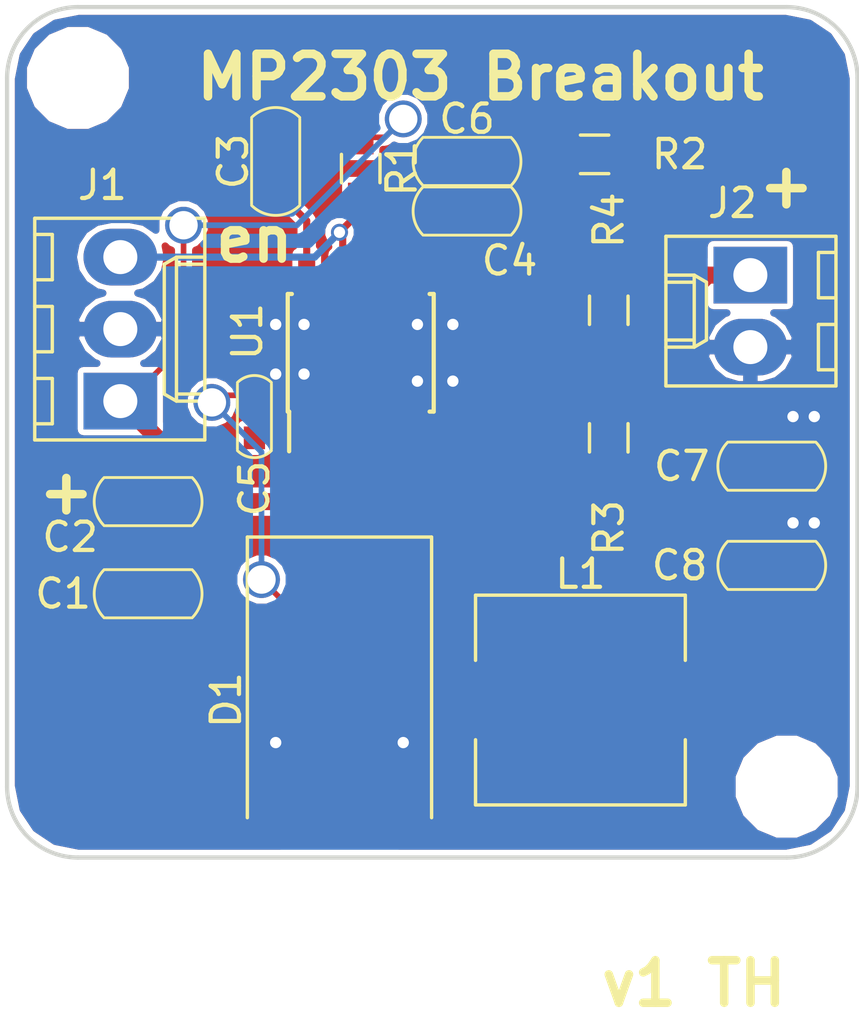
<source format=kicad_pcb>
(kicad_pcb (version 4) (host pcbnew 4.0.6-e0-6349~53~ubuntu14.04.1)

  (general
    (links 35)
    (no_connects 0)
    (area 0 0 0 0)
    (thickness 1.6)
    (drawings 5)
    (tracks 82)
    (zones 0)
    (modules 18)
    (nets 11)
  )

  (page A4)
  (layers
    (0 F.Cu signal)
    (31 B.Cu signal)
    (32 B.Adhes user)
    (33 F.Adhes user)
    (34 B.Paste user)
    (35 F.Paste user)
    (36 B.SilkS user)
    (37 F.SilkS user)
    (38 B.Mask user)
    (39 F.Mask user)
    (40 Dwgs.User user)
    (41 Cmts.User user)
    (42 Eco1.User user)
    (43 Eco2.User user)
    (44 Edge.Cuts user)
    (45 Margin user)
    (46 B.CrtYd user)
    (47 F.CrtYd user)
    (48 B.Fab user)
    (49 F.Fab user)
  )

  (setup
    (last_trace_width 0.2)
    (user_trace_width 0.2)
    (user_trace_width 0.6)
    (trace_clearance 0.2)
    (zone_clearance 0.2)
    (zone_45_only yes)
    (trace_min 0.2)
    (segment_width 0.2)
    (edge_width 0.15)
    (via_size 0.6)
    (via_drill 0.4)
    (via_min_size 0.4)
    (via_min_drill 0.3)
    (uvia_size 0.3)
    (uvia_drill 0.1)
    (uvias_allowed no)
    (uvia_min_size 0.2)
    (uvia_min_drill 0.1)
    (pcb_text_width 0.3)
    (pcb_text_size 1.5 1.5)
    (mod_edge_width 0.15)
    (mod_text_size 1 1)
    (mod_text_width 0.15)
    (pad_size 1.524 1.524)
    (pad_drill 0.762)
    (pad_to_mask_clearance 0.2)
    (aux_axis_origin 0 0)
    (visible_elements FFFFFF7F)
    (pcbplotparams
      (layerselection 0x00030_80000001)
      (usegerberextensions false)
      (excludeedgelayer true)
      (linewidth 0.100000)
      (plotframeref false)
      (viasonmask false)
      (mode 1)
      (useauxorigin false)
      (hpglpennumber 1)
      (hpglpenspeed 20)
      (hpglpendiameter 15)
      (hpglpenoverlay 2)
      (psnegative false)
      (psa4output false)
      (plotreference true)
      (plotvalue true)
      (plotinvisibletext false)
      (padsonsilk false)
      (subtractmaskfromsilk false)
      (outputformat 1)
      (mirror false)
      (drillshape 1)
      (scaleselection 1)
      (outputdirectory ""))
  )

  (net 0 "")
  (net 1 GND)
  (net 2 "Net-(J1-Pad3)")
  (net 3 /Vin)
  (net 4 /Vsw)
  (net 5 /Vout)
  (net 6 "Net-(C3-Pad1)")
  (net 7 "Net-(C4-Pad1)")
  (net 8 "Net-(C4-Pad2)")
  (net 9 "Net-(C5-Pad1)")
  (net 10 "Net-(R3-Pad2)")

  (net_class Default "This is the default net class."
    (clearance 0.2)
    (trace_width 0.25)
    (via_dia 0.6)
    (via_drill 0.4)
    (uvia_dia 0.3)
    (uvia_drill 0.1)
    (add_net GND)
    (add_net "Net-(C3-Pad1)")
    (add_net "Net-(C4-Pad1)")
    (add_net "Net-(C4-Pad2)")
    (add_net "Net-(C5-Pad1)")
    (add_net "Net-(J1-Pad3)")
    (add_net "Net-(R3-Pad2)")
  )

  (net_class HC ""
    (clearance 0.2)
    (trace_width 0.6)
    (via_dia 1.3)
    (via_drill 1)
    (uvia_dia 0.3)
    (uvia_drill 0.1)
    (add_net /Vin)
    (add_net /Vout)
    (add_net /Vsw)
  )

  (module Capacitors_SMD_Round:C_0805 (layer F.Cu) (tedit 5994E321) (tstamp 596740DD)
    (at 161 88 180)
    (descr "Capacitor SMD 0805, reflow soldering, AVX (see smccp.pdf)")
    (tags "capacitor 0805")
    (path /5967B497)
    (attr smd)
    (fp_text reference C2 (at 2.75 -1.25 180) (layer F.SilkS)
      (effects (font (size 1 1) (thickness 0.15)))
    )
    (fp_text value 10u (at 2.54 1.905 180) (layer F.Fab) hide
      (effects (font (size 1 1) (thickness 0.15)))
    )
    (fp_arc (start -0.7 0) (end -1.55 0.85) (angle 90) (layer F.SilkS) (width 0.1))
    (fp_arc (start 0.7 0) (end 1.55 -0.85) (angle 90) (layer F.SilkS) (width 0.1))
    (fp_line (start -1.5 0.85) (end 1.5 0.85) (layer F.SilkS) (width 0.1))
    (fp_line (start -1.5 -0.85) (end 1.5 -0.85) (layer F.SilkS) (width 0.1))
    (fp_text user %R (at 0 1.905 180) (layer F.Fab)
      (effects (font (size 1 1) (thickness 0.15)))
    )
    (fp_line (start -1 0.62) (end -1 -0.62) (layer F.Fab) (width 0.1))
    (fp_line (start 1 0.62) (end -1 0.62) (layer F.Fab) (width 0.1))
    (fp_line (start 1 -0.62) (end 1 0.62) (layer F.Fab) (width 0.1))
    (fp_line (start -1 -0.62) (end 1 -0.62) (layer F.Fab) (width 0.1))
    (fp_line (start -1.75 -0.88) (end 1.75 -0.88) (layer F.CrtYd) (width 0.05))
    (fp_line (start -1.75 -0.88) (end -1.75 0.87) (layer F.CrtYd) (width 0.05))
    (fp_line (start 1.75 0.87) (end 1.75 -0.88) (layer F.CrtYd) (width 0.05))
    (fp_line (start 1.75 0.87) (end -1.75 0.87) (layer F.CrtYd) (width 0.05))
    (pad 1 smd rect (at -1 0 180) (size 1 1.25) (layers F.Cu F.Paste F.Mask)
      (net 3 /Vin))
    (pad 2 smd rect (at 1 0 180) (size 1 1.25) (layers F.Cu F.Paste F.Mask)
      (net 1 GND))
    (model Capacitors_SMD.3dshapes/C_0805.wrl
      (at (xyz 0 0 0))
      (scale (xyz 1 1 1))
      (rotate (xyz 0 0 0))
    )
  )

  (module Capacitors_SMD_Round:C_0603 (layer F.Cu) (tedit 5967C7D4) (tstamp 596740F0)
    (at 164.75 85 90)
    (descr "Capacitor SMD 0603, reflow soldering, AVX (see smccp.pdf)")
    (tags "capacitor 0603")
    (path /5967B744)
    (attr smd)
    (fp_text reference C5 (at -2.54 0 90) (layer F.SilkS)
      (effects (font (size 1 1) (thickness 0.15)))
    )
    (fp_text value C (at 0 1.5 90) (layer F.Fab) hide
      (effects (font (size 1 1) (thickness 0.15)))
    )
    (fp_arc (start 0.6 0) (end 1.2 -0.6) (angle 90) (layer F.SilkS) (width 0.1))
    (fp_arc (start -0.6 0) (end -1.2 0.6) (angle 90) (layer F.SilkS) (width 0.1))
    (fp_line (start 1.15 0.6) (end -1.15 0.6) (layer F.SilkS) (width 0.1))
    (fp_line (start -1.15 -0.6) (end 1.15 -0.6) (layer F.SilkS) (width 0.1))
    (fp_text user %R (at -2.54 0 90) (layer F.Fab)
      (effects (font (size 1 1) (thickness 0.15)))
    )
    (fp_line (start -0.8 0.4) (end -0.8 -0.4) (layer F.Fab) (width 0.1))
    (fp_line (start 0.8 0.4) (end -0.8 0.4) (layer F.Fab) (width 0.1))
    (fp_line (start 0.8 -0.4) (end 0.8 0.4) (layer F.Fab) (width 0.1))
    (fp_line (start -0.8 -0.4) (end 0.8 -0.4) (layer F.Fab) (width 0.1))
    (fp_line (start -1.4 -0.65) (end 1.4 -0.65) (layer F.CrtYd) (width 0.05))
    (fp_line (start -1.4 -0.65) (end -1.4 0.65) (layer F.CrtYd) (width 0.05))
    (fp_line (start 1.4 0.65) (end 1.4 -0.65) (layer F.CrtYd) (width 0.05))
    (fp_line (start 1.4 0.65) (end -1.4 0.65) (layer F.CrtYd) (width 0.05))
    (pad 1 smd rect (at -0.75 0 90) (size 0.8 0.75) (layers F.Cu F.Paste F.Mask)
      (net 9 "Net-(C5-Pad1)"))
    (pad 2 smd rect (at 0.75 0 90) (size 0.8 0.75) (layers F.Cu F.Paste F.Mask)
      (net 4 /Vsw))
    (model Capacitors_SMD.3dshapes/C_0603.wrl
      (at (xyz 0 0 0))
      (scale (xyz 1 1 1))
      (rotate (xyz 0 0 0))
    )
  )

  (module Capacitors_SMD_Round:C_0805 (layer F.Cu) (tedit 5967C7E7) (tstamp 59674103)
    (at 183 86.75)
    (descr "Capacitor SMD 0805, reflow soldering, AVX (see smccp.pdf)")
    (tags "capacitor 0805")
    (path /5967BA2E)
    (attr smd)
    (fp_text reference C7 (at -3.175 0) (layer F.SilkS)
      (effects (font (size 1 1) (thickness 0.15)))
    )
    (fp_text value 22u (at 0 -1.27) (layer F.Fab)
      (effects (font (size 1 1) (thickness 0.15)))
    )
    (fp_arc (start -0.7 0) (end -1.55 0.85) (angle 90) (layer F.SilkS) (width 0.1))
    (fp_arc (start 0.7 0) (end 1.55 -0.85) (angle 90) (layer F.SilkS) (width 0.1))
    (fp_line (start -1.5 0.85) (end 1.5 0.85) (layer F.SilkS) (width 0.1))
    (fp_line (start -1.5 -0.85) (end 1.5 -0.85) (layer F.SilkS) (width 0.1))
    (fp_text user %R (at -3.175 0) (layer F.Fab)
      (effects (font (size 1 1) (thickness 0.15)))
    )
    (fp_line (start -1 0.62) (end -1 -0.62) (layer F.Fab) (width 0.1))
    (fp_line (start 1 0.62) (end -1 0.62) (layer F.Fab) (width 0.1))
    (fp_line (start 1 -0.62) (end 1 0.62) (layer F.Fab) (width 0.1))
    (fp_line (start -1 -0.62) (end 1 -0.62) (layer F.Fab) (width 0.1))
    (fp_line (start -1.75 -0.88) (end 1.75 -0.88) (layer F.CrtYd) (width 0.05))
    (fp_line (start -1.75 -0.88) (end -1.75 0.87) (layer F.CrtYd) (width 0.05))
    (fp_line (start 1.75 0.87) (end 1.75 -0.88) (layer F.CrtYd) (width 0.05))
    (fp_line (start 1.75 0.87) (end -1.75 0.87) (layer F.CrtYd) (width 0.05))
    (pad 1 smd rect (at -1 0) (size 1 1.25) (layers F.Cu F.Paste F.Mask)
      (net 5 /Vout))
    (pad 2 smd rect (at 1 0) (size 1 1.25) (layers F.Cu F.Paste F.Mask)
      (net 1 GND))
    (model Capacitors_SMD.3dshapes/C_0805.wrl
      (at (xyz 0 0 0))
      (scale (xyz 1 1 1))
      (rotate (xyz 0 0 0))
    )
  )

  (module Connectors_Molex:Molex_KK-6410-03_03x2.54mm_Straight (layer F.Cu) (tedit 5967C7CA) (tstamp 59674110)
    (at 160.02 84.455 90)
    (descr "Connector Headers with Friction Lock, 22-27-2031, http://www.molex.com/pdm_docs/sd/022272021_sd.pdf")
    (tags "connector molex kk_6410 22-27-2031")
    (path /5967B69C)
    (fp_text reference J1 (at 7.62 -0.635 180) (layer F.SilkS)
      (effects (font (size 1 1) (thickness 0.15)))
    )
    (fp_text value CONN_01X03 (at 2.54 4.5 90) (layer F.Fab) hide
      (effects (font (size 1 1) (thickness 0.15)))
    )
    (fp_line (start -1.47 -3.12) (end -1.47 3.08) (layer F.Fab) (width 0.12))
    (fp_line (start -1.47 3.08) (end 6.55 3.08) (layer F.Fab) (width 0.12))
    (fp_line (start 6.55 3.08) (end 6.55 -3.12) (layer F.Fab) (width 0.12))
    (fp_line (start 6.55 -3.12) (end -1.47 -3.12) (layer F.Fab) (width 0.12))
    (fp_line (start -1.37 -3.02) (end -1.37 2.98) (layer F.SilkS) (width 0.12))
    (fp_line (start -1.37 2.98) (end 6.45 2.98) (layer F.SilkS) (width 0.12))
    (fp_line (start 6.45 2.98) (end 6.45 -3.02) (layer F.SilkS) (width 0.12))
    (fp_line (start 6.45 -3.02) (end -1.37 -3.02) (layer F.SilkS) (width 0.12))
    (fp_line (start 0 2.98) (end 0 1.98) (layer F.SilkS) (width 0.12))
    (fp_line (start 0 1.98) (end 5.08 1.98) (layer F.SilkS) (width 0.12))
    (fp_line (start 5.08 1.98) (end 5.08 2.98) (layer F.SilkS) (width 0.12))
    (fp_line (start 0 1.98) (end 0.25 1.55) (layer F.SilkS) (width 0.12))
    (fp_line (start 0.25 1.55) (end 4.83 1.55) (layer F.SilkS) (width 0.12))
    (fp_line (start 4.83 1.55) (end 5.08 1.98) (layer F.SilkS) (width 0.12))
    (fp_line (start 0.25 2.98) (end 0.25 1.98) (layer F.SilkS) (width 0.12))
    (fp_line (start 4.83 2.98) (end 4.83 1.98) (layer F.SilkS) (width 0.12))
    (fp_line (start -0.8 -3.02) (end -0.8 -2.4) (layer F.SilkS) (width 0.12))
    (fp_line (start -0.8 -2.4) (end 0.8 -2.4) (layer F.SilkS) (width 0.12))
    (fp_line (start 0.8 -2.4) (end 0.8 -3.02) (layer F.SilkS) (width 0.12))
    (fp_line (start 1.74 -3.02) (end 1.74 -2.4) (layer F.SilkS) (width 0.12))
    (fp_line (start 1.74 -2.4) (end 3.34 -2.4) (layer F.SilkS) (width 0.12))
    (fp_line (start 3.34 -2.4) (end 3.34 -3.02) (layer F.SilkS) (width 0.12))
    (fp_line (start 4.28 -3.02) (end 4.28 -2.4) (layer F.SilkS) (width 0.12))
    (fp_line (start 4.28 -2.4) (end 5.88 -2.4) (layer F.SilkS) (width 0.12))
    (fp_line (start 5.88 -2.4) (end 5.88 -3.02) (layer F.SilkS) (width 0.12))
    (fp_line (start -1.9 3.5) (end -1.9 -3.55) (layer F.CrtYd) (width 0.05))
    (fp_line (start -1.9 -3.55) (end 7 -3.55) (layer F.CrtYd) (width 0.05))
    (fp_line (start 7 -3.55) (end 7 3.5) (layer F.CrtYd) (width 0.05))
    (fp_line (start 7 3.5) (end -1.9 3.5) (layer F.CrtYd) (width 0.05))
    (fp_text user %R (at 2.54 0 90) (layer F.Fab)
      (effects (font (size 1 1) (thickness 0.15)))
    )
    (pad 1 thru_hole rect (at 0 0 90) (size 2 2.6) (drill 1.2) (layers *.Cu *.Mask)
      (net 3 /Vin))
    (pad 2 thru_hole oval (at 2.54 0 90) (size 2 2.6) (drill 1.2) (layers *.Cu *.Mask)
      (net 1 GND))
    (pad 3 thru_hole oval (at 5.08 0 90) (size 2 2.6) (drill 1.2) (layers *.Cu *.Mask)
      (net 2 "Net-(J1-Pad3)"))
    (model ${KISYS3DMOD}/Connectors_Molex.3dshapes/Molex_KK-6410-03_03x2.54mm_Straight.wrl
      (at (xyz 0 0 0))
      (scale (xyz 1 1 1))
      (rotate (xyz 0 0 0))
    )
  )

  (module Connectors_Molex:Molex_KK-6410-02_02x2.54mm_Straight (layer F.Cu) (tedit 5967C7F3) (tstamp 59674116)
    (at 182.245 80.01 270)
    (descr "Connector Headers with Friction Lock, 22-27-2021, http://www.molex.com/pdm_docs/sd/022272021_sd.pdf")
    (tags "connector molex kk_6410 22-27-2021")
    (path /5967BAE6)
    (fp_text reference J2 (at -2.54 0.635 360) (layer F.SilkS)
      (effects (font (size 1 1) (thickness 0.15)))
    )
    (fp_text value CONN_01X02 (at 1.27 4.5 270) (layer F.Fab) hide
      (effects (font (size 1 1) (thickness 0.15)))
    )
    (fp_line (start -1.47 -3.12) (end -1.47 3.08) (layer F.Fab) (width 0.12))
    (fp_line (start -1.47 3.08) (end 4.01 3.08) (layer F.Fab) (width 0.12))
    (fp_line (start 4.01 3.08) (end 4.01 -3.12) (layer F.Fab) (width 0.12))
    (fp_line (start 4.01 -3.12) (end -1.47 -3.12) (layer F.Fab) (width 0.12))
    (fp_line (start -1.37 -3.02) (end -1.37 2.98) (layer F.SilkS) (width 0.12))
    (fp_line (start -1.37 2.98) (end 3.91 2.98) (layer F.SilkS) (width 0.12))
    (fp_line (start 3.91 2.98) (end 3.91 -3.02) (layer F.SilkS) (width 0.12))
    (fp_line (start 3.91 -3.02) (end -1.37 -3.02) (layer F.SilkS) (width 0.12))
    (fp_line (start 0 2.98) (end 0 1.98) (layer F.SilkS) (width 0.12))
    (fp_line (start 0 1.98) (end 2.54 1.98) (layer F.SilkS) (width 0.12))
    (fp_line (start 2.54 1.98) (end 2.54 2.98) (layer F.SilkS) (width 0.12))
    (fp_line (start 0 1.98) (end 0.25 1.55) (layer F.SilkS) (width 0.12))
    (fp_line (start 0.25 1.55) (end 2.29 1.55) (layer F.SilkS) (width 0.12))
    (fp_line (start 2.29 1.55) (end 2.54 1.98) (layer F.SilkS) (width 0.12))
    (fp_line (start 0.25 2.98) (end 0.25 1.98) (layer F.SilkS) (width 0.12))
    (fp_line (start 2.29 2.98) (end 2.29 1.98) (layer F.SilkS) (width 0.12))
    (fp_line (start -0.8 -3.02) (end -0.8 -2.4) (layer F.SilkS) (width 0.12))
    (fp_line (start -0.8 -2.4) (end 0.8 -2.4) (layer F.SilkS) (width 0.12))
    (fp_line (start 0.8 -2.4) (end 0.8 -3.02) (layer F.SilkS) (width 0.12))
    (fp_line (start 1.74 -3.02) (end 1.74 -2.4) (layer F.SilkS) (width 0.12))
    (fp_line (start 1.74 -2.4) (end 3.34 -2.4) (layer F.SilkS) (width 0.12))
    (fp_line (start 3.34 -2.4) (end 3.34 -3.02) (layer F.SilkS) (width 0.12))
    (fp_line (start -1.9 3.5) (end -1.9 -3.55) (layer F.CrtYd) (width 0.05))
    (fp_line (start -1.9 -3.55) (end 4.45 -3.55) (layer F.CrtYd) (width 0.05))
    (fp_line (start 4.45 -3.55) (end 4.45 3.5) (layer F.CrtYd) (width 0.05))
    (fp_line (start 4.45 3.5) (end -1.9 3.5) (layer F.CrtYd) (width 0.05))
    (fp_text user %R (at 1.27 0 270) (layer F.Fab)
      (effects (font (size 1 1) (thickness 0.15)))
    )
    (pad 1 thru_hole rect (at 0 0 270) (size 2 2.6) (drill 1.2) (layers *.Cu *.Mask)
      (net 5 /Vout))
    (pad 2 thru_hole oval (at 2.54 0 270) (size 2 2.6) (drill 1.2) (layers *.Cu *.Mask)
      (net 1 GND))
    (model ${KISYS3DMOD}/Connectors_Molex.3dshapes/Molex_KK-6410-02_02x2.54mm_Straight.wrl
      (at (xyz 0 0 0))
      (scale (xyz 1 1 1))
      (rotate (xyz 0 0 0))
    )
  )

  (module Inductors2:L_7.3x7.3_Handsoldering (layer F.Cu) (tedit 5967C954) (tstamp 5967412E)
    (at 176.25 95)
    (descr "Choke, SMD, 7.3x7.3mm 3.5mm height")
    (tags "Choke SMD")
    (path /5967B44A)
    (attr smd)
    (fp_text reference L1 (at 0 -4.45) (layer F.SilkS)
      (effects (font (size 1 1) (thickness 0.15)))
    )
    (fp_text value L (at 0 0) (layer F.Fab)
      (effects (font (size 1 1) (thickness 0.15)))
    )
    (fp_line (start 3.7 1.4) (end 3.7 3.7) (layer F.SilkS) (width 0.12))
    (fp_line (start 3.7 3.7) (end -3.7 3.7) (layer F.SilkS) (width 0.12))
    (fp_line (start -3.7 3.7) (end -3.7 1.4) (layer F.SilkS) (width 0.12))
    (fp_line (start -3.7 -1.4) (end -3.7 -3.7) (layer F.SilkS) (width 0.12))
    (fp_line (start -3.7 -3.7) (end 3.7 -3.7) (layer F.SilkS) (width 0.12))
    (fp_line (start 3.7 -3.7) (end 3.7 -1.4) (layer F.SilkS) (width 0.12))
    (fp_line (start -4.2 -3.9) (end -4.2 3.9) (layer F.CrtYd) (width 0.05))
    (fp_line (start -4.2 3.9) (end 4.2 3.9) (layer F.CrtYd) (width 0.05))
    (fp_line (start 4.2 3.9) (end 4.2 -3.9) (layer F.CrtYd) (width 0.05))
    (fp_line (start 4.2 -3.9) (end -4.2 -3.9) (layer F.CrtYd) (width 0.05))
    (fp_line (start 3.65 3.65) (end 3.65 1.4) (layer F.Fab) (width 0.1))
    (fp_line (start 3.65 -3.65) (end 3.65 -1.4) (layer F.Fab) (width 0.1))
    (fp_line (start -3.65 3.65) (end -3.65 1.4) (layer F.Fab) (width 0.1))
    (fp_line (start -3.65 -3.65) (end -3.65 -1.4) (layer F.Fab) (width 0.1))
    (fp_line (start 3.65 3.65) (end -3.65 3.65) (layer F.Fab) (width 0.1))
    (fp_line (start -3.65 -3.65) (end 3.65 -3.65) (layer F.Fab) (width 0.1))
    (fp_arc (start 0 0) (end 2.29 2.29) (angle 90) (layer F.Fab) (width 0.1))
    (fp_arc (start 0 0) (end -2.29 -2.29) (angle 90) (layer F.Fab) (width 0.1))
    (pad 1 smd rect (at -3.6 0) (size 2.1 2.2) (layers F.Cu F.Paste F.Mask)
      (net 4 /Vsw))
    (pad 2 smd rect (at 3.6 0) (size 2.1 2.2) (layers F.Cu F.Paste F.Mask)
      (net 5 /Vout))
  )

  (module Outlines:Outline_30 (layer F.Cu) (tedit 596718B2) (tstamp 5967413C)
    (at 156.025 70.555)
    (path /5967BE8D)
    (fp_text reference P1 (at 9 -1) (layer F.SilkS) hide
      (effects (font (size 1 1) (thickness 0.15)))
    )
    (fp_text value SYMBOL (at 15 -1) (layer F.Fab) hide
      (effects (font (size 1 1) (thickness 0.15)))
    )
    (fp_line (start 30 27.5) (end 30 2.5) (layer Edge.Cuts) (width 0.15))
    (fp_line (start 2.5 30) (end 27.5 30) (layer Edge.Cuts) (width 0.15))
    (fp_line (start 0 2.5) (end 0 27.5) (layer Edge.Cuts) (width 0.15))
    (fp_line (start 27.5 0) (end 2.5 0) (layer Edge.Cuts) (width 0.15))
    (fp_arc (start 2.5 27.5) (end 2.5 30) (angle 90) (layer Edge.Cuts) (width 0.15))
    (fp_arc (start 27.5 27.5) (end 30 27.5) (angle 90) (layer Edge.Cuts) (width 0.15))
    (fp_arc (start 27.5 2.5) (end 27.5 0) (angle 90) (layer Edge.Cuts) (width 0.15))
    (fp_arc (start 2.5 2.5) (end 0 2.5) (angle 90) (layer Edge.Cuts) (width 0.15))
    (pad "" np_thru_hole circle (at 2.5 2.5) (size 3.2 3.2) (drill 3.2) (layers *.Cu *.Mask))
    (pad "" np_thru_hole circle (at 27.5 27.5) (size 3.2 3.2) (drill 3.2) (layers *.Cu *.Mask))
  )

  (module Resistors_SMD:R_0603_HandSoldering (layer F.Cu) (tedit 58E0A804) (tstamp 59674142)
    (at 168.5 76.25 270)
    (descr "Resistor SMD 0603, hand soldering")
    (tags "resistor 0603")
    (path /5967B5BD)
    (attr smd)
    (fp_text reference R1 (at 0 -1.45 270) (layer F.SilkS)
      (effects (font (size 1 1) (thickness 0.15)))
    )
    (fp_text value 100k (at 0 1.55 270) (layer F.Fab)
      (effects (font (size 1 1) (thickness 0.15)))
    )
    (fp_text user %R (at 0 0 270) (layer F.Fab)
      (effects (font (size 0.5 0.5) (thickness 0.075)))
    )
    (fp_line (start -0.8 0.4) (end -0.8 -0.4) (layer F.Fab) (width 0.1))
    (fp_line (start 0.8 0.4) (end -0.8 0.4) (layer F.Fab) (width 0.1))
    (fp_line (start 0.8 -0.4) (end 0.8 0.4) (layer F.Fab) (width 0.1))
    (fp_line (start -0.8 -0.4) (end 0.8 -0.4) (layer F.Fab) (width 0.1))
    (fp_line (start 0.5 0.68) (end -0.5 0.68) (layer F.SilkS) (width 0.12))
    (fp_line (start -0.5 -0.68) (end 0.5 -0.68) (layer F.SilkS) (width 0.12))
    (fp_line (start -1.96 -0.7) (end 1.95 -0.7) (layer F.CrtYd) (width 0.05))
    (fp_line (start -1.96 -0.7) (end -1.96 0.7) (layer F.CrtYd) (width 0.05))
    (fp_line (start 1.95 0.7) (end 1.95 -0.7) (layer F.CrtYd) (width 0.05))
    (fp_line (start 1.95 0.7) (end -1.96 0.7) (layer F.CrtYd) (width 0.05))
    (pad 1 smd rect (at -1.1 0 270) (size 1.2 0.9) (layers F.Cu F.Paste F.Mask)
      (net 3 /Vin))
    (pad 2 smd rect (at 1.1 0 270) (size 1.2 0.9) (layers F.Cu F.Paste F.Mask)
      (net 2 "Net-(J1-Pad3)"))
    (model ${KISYS3DMOD}/Resistors_SMD.3dshapes/R_0603.wrl
      (at (xyz 0 0 0))
      (scale (xyz 1 1 1))
      (rotate (xyz 0 0 0))
    )
  )

  (module Resistors_SMD:R_0603_HandSoldering (layer F.Cu) (tedit 59673EE1) (tstamp 59674148)
    (at 177.25 85.75 90)
    (descr "Resistor SMD 0603, hand soldering")
    (tags "resistor 0603")
    (path /5967B8E9)
    (attr smd)
    (fp_text reference R3 (at -3.175 0 90) (layer F.SilkS)
      (effects (font (size 1 1) (thickness 0.15)))
    )
    (fp_text value 52.5k (at 0 1.55 90) (layer F.Fab)
      (effects (font (size 1 1) (thickness 0.15)))
    )
    (fp_text user %R (at 0 0 90) (layer F.Fab)
      (effects (font (size 0.5 0.5) (thickness 0.075)))
    )
    (fp_line (start -0.8 0.4) (end -0.8 -0.4) (layer F.Fab) (width 0.1))
    (fp_line (start 0.8 0.4) (end -0.8 0.4) (layer F.Fab) (width 0.1))
    (fp_line (start 0.8 -0.4) (end 0.8 0.4) (layer F.Fab) (width 0.1))
    (fp_line (start -0.8 -0.4) (end 0.8 -0.4) (layer F.Fab) (width 0.1))
    (fp_line (start 0.5 0.68) (end -0.5 0.68) (layer F.SilkS) (width 0.12))
    (fp_line (start -0.5 -0.68) (end 0.5 -0.68) (layer F.SilkS) (width 0.12))
    (fp_line (start -1.96 -0.7) (end 1.95 -0.7) (layer F.CrtYd) (width 0.05))
    (fp_line (start -1.96 -0.7) (end -1.96 0.7) (layer F.CrtYd) (width 0.05))
    (fp_line (start 1.95 0.7) (end 1.95 -0.7) (layer F.CrtYd) (width 0.05))
    (fp_line (start 1.95 0.7) (end -1.96 0.7) (layer F.CrtYd) (width 0.05))
    (pad 1 smd rect (at -1.1 0 90) (size 1.2 0.9) (layers F.Cu F.Paste F.Mask)
      (net 5 /Vout))
    (pad 2 smd rect (at 1.1 0 90) (size 1.2 0.9) (layers F.Cu F.Paste F.Mask)
      (net 10 "Net-(R3-Pad2)"))
    (model ${KISYS3DMOD}/Resistors_SMD.3dshapes/R_0603.wrl
      (at (xyz 0 0 0))
      (scale (xyz 1 1 1))
      (rotate (xyz 0 0 0))
    )
  )

  (module Resistors_SMD:R_0603_HandSoldering (layer F.Cu) (tedit 59673EE4) (tstamp 5967414E)
    (at 177.25 81.25 90)
    (descr "Resistor SMD 0603, hand soldering")
    (tags "resistor 0603")
    (path /5967B974)
    (attr smd)
    (fp_text reference R4 (at 3.175 0 90) (layer F.SilkS)
      (effects (font (size 1 1) (thickness 0.15)))
    )
    (fp_text value 10k (at 0 1.55 90) (layer F.Fab)
      (effects (font (size 1 1) (thickness 0.15)))
    )
    (fp_text user %R (at 0 0 90) (layer F.Fab)
      (effects (font (size 0.5 0.5) (thickness 0.075)))
    )
    (fp_line (start -0.8 0.4) (end -0.8 -0.4) (layer F.Fab) (width 0.1))
    (fp_line (start 0.8 0.4) (end -0.8 0.4) (layer F.Fab) (width 0.1))
    (fp_line (start 0.8 -0.4) (end 0.8 0.4) (layer F.Fab) (width 0.1))
    (fp_line (start -0.8 -0.4) (end 0.8 -0.4) (layer F.Fab) (width 0.1))
    (fp_line (start 0.5 0.68) (end -0.5 0.68) (layer F.SilkS) (width 0.12))
    (fp_line (start -0.5 -0.68) (end 0.5 -0.68) (layer F.SilkS) (width 0.12))
    (fp_line (start -1.96 -0.7) (end 1.95 -0.7) (layer F.CrtYd) (width 0.05))
    (fp_line (start -1.96 -0.7) (end -1.96 0.7) (layer F.CrtYd) (width 0.05))
    (fp_line (start 1.95 0.7) (end 1.95 -0.7) (layer F.CrtYd) (width 0.05))
    (fp_line (start 1.95 0.7) (end -1.96 0.7) (layer F.CrtYd) (width 0.05))
    (pad 1 smd rect (at -1.1 0 90) (size 1.2 0.9) (layers F.Cu F.Paste F.Mask)
      (net 10 "Net-(R3-Pad2)"))
    (pad 2 smd rect (at 1.1 0 90) (size 1.2 0.9) (layers F.Cu F.Paste F.Mask)
      (net 1 GND))
    (model ${KISYS3DMOD}/Resistors_SMD.3dshapes/R_0603.wrl
      (at (xyz 0 0 0))
      (scale (xyz 1 1 1))
      (rotate (xyz 0 0 0))
    )
  )

  (module Capacitors_SMD_Round:C_0805 (layer F.Cu) (tedit 5994E325) (tstamp 5994A533)
    (at 161 91.25 180)
    (descr "Capacitor SMD 0805, reflow soldering, AVX (see smccp.pdf)")
    (tags "capacitor 0805")
    (path /5994A89F)
    (attr smd)
    (fp_text reference C1 (at 3 0 180) (layer F.SilkS)
      (effects (font (size 1 1) (thickness 0.15)))
    )
    (fp_text value 10u (at 0 1.75 180) (layer F.Fab)
      (effects (font (size 1 1) (thickness 0.15)))
    )
    (fp_arc (start -0.7 0) (end -1.55 0.85) (angle 90) (layer F.SilkS) (width 0.1))
    (fp_arc (start 0.7 0) (end 1.55 -0.85) (angle 90) (layer F.SilkS) (width 0.1))
    (fp_line (start -1.5 0.85) (end 1.5 0.85) (layer F.SilkS) (width 0.1))
    (fp_line (start -1.5 -0.85) (end 1.5 -0.85) (layer F.SilkS) (width 0.1))
    (fp_text user %R (at 0 -1.5 180) (layer F.Fab)
      (effects (font (size 1 1) (thickness 0.15)))
    )
    (fp_line (start -1 0.62) (end -1 -0.62) (layer F.Fab) (width 0.1))
    (fp_line (start 1 0.62) (end -1 0.62) (layer F.Fab) (width 0.1))
    (fp_line (start 1 -0.62) (end 1 0.62) (layer F.Fab) (width 0.1))
    (fp_line (start -1 -0.62) (end 1 -0.62) (layer F.Fab) (width 0.1))
    (fp_line (start -1.75 -0.88) (end 1.75 -0.88) (layer F.CrtYd) (width 0.05))
    (fp_line (start -1.75 -0.88) (end -1.75 0.87) (layer F.CrtYd) (width 0.05))
    (fp_line (start 1.75 0.87) (end 1.75 -0.88) (layer F.CrtYd) (width 0.05))
    (fp_line (start 1.75 0.87) (end -1.75 0.87) (layer F.CrtYd) (width 0.05))
    (pad 1 smd rect (at -1 0 180) (size 1 1.25) (layers F.Cu F.Paste F.Mask)
      (net 3 /Vin))
    (pad 2 smd rect (at 1 0 180) (size 1 1.25) (layers F.Cu F.Paste F.Mask)
      (net 1 GND))
    (model Capacitors_SMD.3dshapes/C_0805.wrl
      (at (xyz 0 0 0))
      (scale (xyz 1 1 1))
      (rotate (xyz 0 0 0))
    )
  )

  (module Capacitors_SMD_Round:C_0805 (layer F.Cu) (tedit 58E5AF38) (tstamp 5994A546)
    (at 165.5 76 90)
    (descr "Capacitor SMD 0805, reflow soldering, AVX (see smccp.pdf)")
    (tags "capacitor 0805")
    (path /5994A2E9)
    (attr smd)
    (fp_text reference C3 (at 0 -1.5 90) (layer F.SilkS)
      (effects (font (size 1 1) (thickness 0.15)))
    )
    (fp_text value 0.1u (at 0 1.75 90) (layer F.Fab)
      (effects (font (size 1 1) (thickness 0.15)))
    )
    (fp_arc (start -0.7 0) (end -1.55 0.85) (angle 90) (layer F.SilkS) (width 0.1))
    (fp_arc (start 0.7 0) (end 1.55 -0.85) (angle 90) (layer F.SilkS) (width 0.1))
    (fp_line (start -1.5 0.85) (end 1.5 0.85) (layer F.SilkS) (width 0.1))
    (fp_line (start -1.5 -0.85) (end 1.5 -0.85) (layer F.SilkS) (width 0.1))
    (fp_text user %R (at 0 -1.5 90) (layer F.Fab)
      (effects (font (size 1 1) (thickness 0.15)))
    )
    (fp_line (start -1 0.62) (end -1 -0.62) (layer F.Fab) (width 0.1))
    (fp_line (start 1 0.62) (end -1 0.62) (layer F.Fab) (width 0.1))
    (fp_line (start 1 -0.62) (end 1 0.62) (layer F.Fab) (width 0.1))
    (fp_line (start -1 -0.62) (end 1 -0.62) (layer F.Fab) (width 0.1))
    (fp_line (start -1.75 -0.88) (end 1.75 -0.88) (layer F.CrtYd) (width 0.05))
    (fp_line (start -1.75 -0.88) (end -1.75 0.87) (layer F.CrtYd) (width 0.05))
    (fp_line (start 1.75 0.87) (end 1.75 -0.88) (layer F.CrtYd) (width 0.05))
    (fp_line (start 1.75 0.87) (end -1.75 0.87) (layer F.CrtYd) (width 0.05))
    (pad 1 smd rect (at -1 0 90) (size 1 1.25) (layers F.Cu F.Paste F.Mask)
      (net 6 "Net-(C3-Pad1)"))
    (pad 2 smd rect (at 1 0 90) (size 1 1.25) (layers F.Cu F.Paste F.Mask)
      (net 1 GND))
    (model Capacitors_SMD.3dshapes/C_0805.wrl
      (at (xyz 0 0 0))
      (scale (xyz 1 1 1))
      (rotate (xyz 0 0 0))
    )
  )

  (module Capacitors_SMD_Round:C_0805 (layer F.Cu) (tedit 5994E313) (tstamp 5994A559)
    (at 172.25 77.75)
    (descr "Capacitor SMD 0805, reflow soldering, AVX (see smccp.pdf)")
    (tags "capacitor 0805")
    (path /59949FBC)
    (attr smd)
    (fp_text reference C4 (at 1.5 1.75) (layer F.SilkS)
      (effects (font (size 1 1) (thickness 0.15)))
    )
    (fp_text value 3.3n (at 0 1.75) (layer F.Fab)
      (effects (font (size 1 1) (thickness 0.15)))
    )
    (fp_arc (start -0.7 0) (end -1.55 0.85) (angle 90) (layer F.SilkS) (width 0.1))
    (fp_arc (start 0.7 0) (end 1.55 -0.85) (angle 90) (layer F.SilkS) (width 0.1))
    (fp_line (start -1.5 0.85) (end 1.5 0.85) (layer F.SilkS) (width 0.1))
    (fp_line (start -1.5 -0.85) (end 1.5 -0.85) (layer F.SilkS) (width 0.1))
    (fp_text user %R (at 1.5 1.75) (layer F.Fab)
      (effects (font (size 1 1) (thickness 0.15)))
    )
    (fp_line (start -1 0.62) (end -1 -0.62) (layer F.Fab) (width 0.1))
    (fp_line (start 1 0.62) (end -1 0.62) (layer F.Fab) (width 0.1))
    (fp_line (start 1 -0.62) (end 1 0.62) (layer F.Fab) (width 0.1))
    (fp_line (start -1 -0.62) (end 1 -0.62) (layer F.Fab) (width 0.1))
    (fp_line (start -1.75 -0.88) (end 1.75 -0.88) (layer F.CrtYd) (width 0.05))
    (fp_line (start -1.75 -0.88) (end -1.75 0.87) (layer F.CrtYd) (width 0.05))
    (fp_line (start 1.75 0.87) (end 1.75 -0.88) (layer F.CrtYd) (width 0.05))
    (fp_line (start 1.75 0.87) (end -1.75 0.87) (layer F.CrtYd) (width 0.05))
    (pad 1 smd rect (at -1 0) (size 1 1.25) (layers F.Cu F.Paste F.Mask)
      (net 7 "Net-(C4-Pad1)"))
    (pad 2 smd rect (at 1 0) (size 1 1.25) (layers F.Cu F.Paste F.Mask)
      (net 8 "Net-(C4-Pad2)"))
    (model Capacitors_SMD.3dshapes/C_0805.wrl
      (at (xyz 0 0 0))
      (scale (xyz 1 1 1))
      (rotate (xyz 0 0 0))
    )
  )

  (module Capacitors_SMD_Round:C_0805 (layer F.Cu) (tedit 58E5AF38) (tstamp 5994A56C)
    (at 172.25 76)
    (descr "Capacitor SMD 0805, reflow soldering, AVX (see smccp.pdf)")
    (tags "capacitor 0805")
    (path /5994A050)
    (attr smd)
    (fp_text reference C6 (at 0 -1.5) (layer F.SilkS)
      (effects (font (size 1 1) (thickness 0.15)))
    )
    (fp_text value 50p (at 0 1.75) (layer F.Fab)
      (effects (font (size 1 1) (thickness 0.15)))
    )
    (fp_arc (start -0.7 0) (end -1.55 0.85) (angle 90) (layer F.SilkS) (width 0.1))
    (fp_arc (start 0.7 0) (end 1.55 -0.85) (angle 90) (layer F.SilkS) (width 0.1))
    (fp_line (start -1.5 0.85) (end 1.5 0.85) (layer F.SilkS) (width 0.1))
    (fp_line (start -1.5 -0.85) (end 1.5 -0.85) (layer F.SilkS) (width 0.1))
    (fp_text user %R (at 0 -1.5) (layer F.Fab)
      (effects (font (size 1 1) (thickness 0.15)))
    )
    (fp_line (start -1 0.62) (end -1 -0.62) (layer F.Fab) (width 0.1))
    (fp_line (start 1 0.62) (end -1 0.62) (layer F.Fab) (width 0.1))
    (fp_line (start 1 -0.62) (end 1 0.62) (layer F.Fab) (width 0.1))
    (fp_line (start -1 -0.62) (end 1 -0.62) (layer F.Fab) (width 0.1))
    (fp_line (start -1.75 -0.88) (end 1.75 -0.88) (layer F.CrtYd) (width 0.05))
    (fp_line (start -1.75 -0.88) (end -1.75 0.87) (layer F.CrtYd) (width 0.05))
    (fp_line (start 1.75 0.87) (end 1.75 -0.88) (layer F.CrtYd) (width 0.05))
    (fp_line (start 1.75 0.87) (end -1.75 0.87) (layer F.CrtYd) (width 0.05))
    (pad 1 smd rect (at -1 0) (size 1 1.25) (layers F.Cu F.Paste F.Mask)
      (net 7 "Net-(C4-Pad1)"))
    (pad 2 smd rect (at 1 0) (size 1 1.25) (layers F.Cu F.Paste F.Mask)
      (net 1 GND))
    (model Capacitors_SMD.3dshapes/C_0805.wrl
      (at (xyz 0 0 0))
      (scale (xyz 1 1 1))
      (rotate (xyz 0 0 0))
    )
  )

  (module Capacitors_SMD_Round:C_0805 (layer F.Cu) (tedit 59949CE0) (tstamp 5994A57F)
    (at 183 90.25)
    (descr "Capacitor SMD 0805, reflow soldering, AVX (see smccp.pdf)")
    (tags "capacitor 0805")
    (path /59949D55)
    (attr smd)
    (fp_text reference C8 (at -3.25 0) (layer F.SilkS)
      (effects (font (size 1 1) (thickness 0.15)))
    )
    (fp_text value 22u (at 0 1.75) (layer F.Fab)
      (effects (font (size 1 1) (thickness 0.15)))
    )
    (fp_arc (start -0.7 0) (end -1.55 0.85) (angle 90) (layer F.SilkS) (width 0.1))
    (fp_arc (start 0.7 0) (end 1.55 -0.85) (angle 90) (layer F.SilkS) (width 0.1))
    (fp_line (start -1.5 0.85) (end 1.5 0.85) (layer F.SilkS) (width 0.1))
    (fp_line (start -1.5 -0.85) (end 1.5 -0.85) (layer F.SilkS) (width 0.1))
    (fp_text user %R (at -3.25 0) (layer F.Fab)
      (effects (font (size 1 1) (thickness 0.15)))
    )
    (fp_line (start -1 0.62) (end -1 -0.62) (layer F.Fab) (width 0.1))
    (fp_line (start 1 0.62) (end -1 0.62) (layer F.Fab) (width 0.1))
    (fp_line (start 1 -0.62) (end 1 0.62) (layer F.Fab) (width 0.1))
    (fp_line (start -1 -0.62) (end 1 -0.62) (layer F.Fab) (width 0.1))
    (fp_line (start -1.75 -0.88) (end 1.75 -0.88) (layer F.CrtYd) (width 0.05))
    (fp_line (start -1.75 -0.88) (end -1.75 0.87) (layer F.CrtYd) (width 0.05))
    (fp_line (start 1.75 0.87) (end 1.75 -0.88) (layer F.CrtYd) (width 0.05))
    (fp_line (start 1.75 0.87) (end -1.75 0.87) (layer F.CrtYd) (width 0.05))
    (pad 1 smd rect (at -1 0) (size 1 1.25) (layers F.Cu F.Paste F.Mask)
      (net 5 /Vout))
    (pad 2 smd rect (at 1 0) (size 1 1.25) (layers F.Cu F.Paste F.Mask)
      (net 1 GND))
    (model Capacitors_SMD.3dshapes/C_0805.wrl
      (at (xyz 0 0 0))
      (scale (xyz 1 1 1))
      (rotate (xyz 0 0 0))
    )
  )

  (module Resistors_SMD:R_0603_HandSoldering (layer F.Cu) (tedit 5994E30C) (tstamp 5994AF80)
    (at 176.75 75.75)
    (descr "Resistor SMD 0603, hand soldering")
    (tags "resistor 0603")
    (path /59949FFD)
    (attr smd)
    (fp_text reference R2 (at 3 0) (layer F.SilkS)
      (effects (font (size 1 1) (thickness 0.15)))
    )
    (fp_text value 100k (at 0 1.55) (layer F.Fab)
      (effects (font (size 1 1) (thickness 0.15)))
    )
    (fp_text user %R (at 0 0) (layer F.Fab)
      (effects (font (size 0.5 0.5) (thickness 0.075)))
    )
    (fp_line (start -0.8 0.4) (end -0.8 -0.4) (layer F.Fab) (width 0.1))
    (fp_line (start 0.8 0.4) (end -0.8 0.4) (layer F.Fab) (width 0.1))
    (fp_line (start 0.8 -0.4) (end 0.8 0.4) (layer F.Fab) (width 0.1))
    (fp_line (start -0.8 -0.4) (end 0.8 -0.4) (layer F.Fab) (width 0.1))
    (fp_line (start 0.5 0.68) (end -0.5 0.68) (layer F.SilkS) (width 0.12))
    (fp_line (start -0.5 -0.68) (end 0.5 -0.68) (layer F.SilkS) (width 0.12))
    (fp_line (start -1.96 -0.7) (end 1.95 -0.7) (layer F.CrtYd) (width 0.05))
    (fp_line (start -1.96 -0.7) (end -1.96 0.7) (layer F.CrtYd) (width 0.05))
    (fp_line (start 1.95 0.7) (end 1.95 -0.7) (layer F.CrtYd) (width 0.05))
    (fp_line (start 1.95 0.7) (end -1.96 0.7) (layer F.CrtYd) (width 0.05))
    (pad 1 smd rect (at -1.1 0) (size 1.2 0.9) (layers F.Cu F.Paste F.Mask)
      (net 8 "Net-(C4-Pad2)"))
    (pad 2 smd rect (at 1.1 0) (size 1.2 0.9) (layers F.Cu F.Paste F.Mask)
      (net 1 GND))
    (model ${KISYS3DMOD}/Resistors_SMD.3dshapes/R_0603.wrl
      (at (xyz 0 0 0))
      (scale (xyz 1 1 1))
      (rotate (xyz 0 0 0))
    )
  )

  (module Housings_SOIC:SOIC-8-1EP_3.9x4.9mm_Pitch1.27mm (layer F.Cu) (tedit 5994E317) (tstamp 5994AFA1)
    (at 168.5 82.75 90)
    (descr "8-Lead Thermally Enhanced Plastic Small Outline (SE) - Narrow, 3.90 mm Body [SOIC] (see Microchip Packaging Specification 00000049BS.pdf)")
    (tags "SOIC 1.27")
    (path /59949A31)
    (attr smd)
    (fp_text reference U1 (at 0.75 -4 90) (layer F.SilkS)
      (effects (font (size 1 1) (thickness 0.15)))
    )
    (fp_text value MP2303 (at 0 3.5 90) (layer F.Fab)
      (effects (font (size 1 1) (thickness 0.15)))
    )
    (fp_text user %R (at 0 0 90) (layer F.Fab)
      (effects (font (size 0.9 0.9) (thickness 0.135)))
    )
    (fp_line (start -0.95 -2.45) (end 1.95 -2.45) (layer F.Fab) (width 0.15))
    (fp_line (start 1.95 -2.45) (end 1.95 2.45) (layer F.Fab) (width 0.15))
    (fp_line (start 1.95 2.45) (end -1.95 2.45) (layer F.Fab) (width 0.15))
    (fp_line (start -1.95 2.45) (end -1.95 -1.45) (layer F.Fab) (width 0.15))
    (fp_line (start -1.95 -1.45) (end -0.95 -2.45) (layer F.Fab) (width 0.15))
    (fp_line (start -3.75 -2.75) (end -3.75 2.75) (layer F.CrtYd) (width 0.05))
    (fp_line (start 3.75 -2.75) (end 3.75 2.75) (layer F.CrtYd) (width 0.05))
    (fp_line (start -3.75 -2.75) (end 3.75 -2.75) (layer F.CrtYd) (width 0.05))
    (fp_line (start -3.75 2.75) (end 3.75 2.75) (layer F.CrtYd) (width 0.05))
    (fp_line (start -2.075 -2.575) (end -2.075 -2.525) (layer F.SilkS) (width 0.15))
    (fp_line (start 2.075 -2.575) (end 2.075 -2.43) (layer F.SilkS) (width 0.15))
    (fp_line (start 2.075 2.575) (end 2.075 2.43) (layer F.SilkS) (width 0.15))
    (fp_line (start -2.075 2.575) (end -2.075 2.43) (layer F.SilkS) (width 0.15))
    (fp_line (start -2.075 -2.575) (end 2.075 -2.575) (layer F.SilkS) (width 0.15))
    (fp_line (start -2.075 2.575) (end 2.075 2.575) (layer F.SilkS) (width 0.15))
    (fp_line (start -2.075 -2.525) (end -3.475 -2.525) (layer F.SilkS) (width 0.15))
    (pad 1 smd rect (at -2.7 -1.905 90) (size 1.55 0.6) (layers F.Cu F.Paste F.Mask)
      (net 9 "Net-(C5-Pad1)"))
    (pad 2 smd rect (at -2.7 -0.635 90) (size 1.55 0.6) (layers F.Cu F.Paste F.Mask)
      (net 3 /Vin))
    (pad 3 smd rect (at -2.7 0.635 90) (size 1.55 0.6) (layers F.Cu F.Paste F.Mask)
      (net 4 /Vsw))
    (pad 4 smd rect (at -2.7 1.905 90) (size 1.55 0.6) (layers F.Cu F.Paste F.Mask)
      (net 1 GND))
    (pad 5 smd rect (at 2.7 1.905 90) (size 1.55 0.6) (layers F.Cu F.Paste F.Mask)
      (net 10 "Net-(R3-Pad2)"))
    (pad 6 smd rect (at 2.7 0.635 90) (size 1.55 0.6) (layers F.Cu F.Paste F.Mask)
      (net 7 "Net-(C4-Pad1)"))
    (pad 7 smd rect (at 2.7 -0.635 90) (size 1.55 0.6) (layers F.Cu F.Paste F.Mask)
      (net 2 "Net-(J1-Pad3)"))
    (pad 8 smd rect (at 2.7 -1.905 90) (size 1.55 0.6) (layers F.Cu F.Paste F.Mask)
      (net 6 "Net-(C3-Pad1)"))
    (pad 9 smd rect (at 0.5875 0.5875 90) (size 1.175 1.175) (layers F.Cu F.Paste F.Mask)
      (net 1 GND) (solder_paste_margin_ratio -0.2))
    (pad 9 smd rect (at 0.5875 -0.5875 90) (size 1.175 1.175) (layers F.Cu F.Paste F.Mask)
      (net 1 GND) (solder_paste_margin_ratio -0.2))
    (pad 9 smd rect (at -0.5875 0.5875 90) (size 1.175 1.175) (layers F.Cu F.Paste F.Mask)
      (net 1 GND) (solder_paste_margin_ratio -0.2))
    (pad 9 smd rect (at -0.5875 -0.5875 90) (size 1.175 1.175) (layers F.Cu F.Paste F.Mask)
      (net 1 GND) (solder_paste_margin_ratio -0.2))
    (model Housings_SOIC.3dshapes/SOIC-8-1EP_3.9x4.9mm_Pitch1.27mm.wrl
      (at (xyz 0 0 0))
      (scale (xyz 1 1 1))
      (rotate (xyz 0 0 0))
    )
  )

  (module Diodes_SMD:D_SMB-SMC_Universal_Handsoldering (layer F.Cu) (tedit 5994E332) (tstamp 5994E48A)
    (at 167.75 94.75 270)
    (descr "Diode, Universal, SMB, SMC, Handsoldering,")
    (tags "Diode Universal SMB SMC Handsoldering ")
    (path /5994E19B)
    (attr smd)
    (fp_text reference D1 (at 0.25 4 270) (layer F.SilkS)
      (effects (font (size 1 1) (thickness 0.15)))
    )
    (fp_text value D_Schottky (at 0 4.1 270) (layer F.Fab)
      (effects (font (size 1 1) (thickness 0.15)))
    )
    (fp_line (start -5.5 3.25) (end -5.5 -3.25) (layer F.SilkS) (width 0.12))
    (fp_line (start 3.55 3.1) (end -3.55 3.1) (layer F.Fab) (width 0.1))
    (fp_line (start -3.55 3.1) (end -3.55 -3.1) (layer F.Fab) (width 0.1))
    (fp_line (start 3.55 -3.1) (end 3.55 3.1) (layer F.Fab) (width 0.1))
    (fp_line (start 3.55 -3.1) (end -3.55 -3.1) (layer F.Fab) (width 0.1))
    (fp_line (start 2.3 2) (end -2.3 2) (layer F.Fab) (width 0.1))
    (fp_line (start -2.3 2) (end -2.3 -2) (layer F.Fab) (width 0.1))
    (fp_line (start 2.3 -2) (end 2.3 2) (layer F.Fab) (width 0.1))
    (fp_line (start 2.3 -2) (end -2.3 -2) (layer F.Fab) (width 0.1))
    (fp_line (start -5.6 -3.35) (end 5.6 -3.35) (layer F.CrtYd) (width 0.05))
    (fp_line (start 5.6 -3.35) (end 5.6 3.35) (layer F.CrtYd) (width 0.05))
    (fp_line (start 5.6 3.35) (end -5.6 3.35) (layer F.CrtYd) (width 0.05))
    (fp_line (start -5.6 3.35) (end -5.6 -3.35) (layer F.CrtYd) (width 0.05))
    (fp_line (start -0.64944 0.00102) (end -1.55114 0.00102) (layer F.Fab) (width 0.1))
    (fp_line (start 0.50118 0.00102) (end 1.4994 0.00102) (layer F.Fab) (width 0.1))
    (fp_line (start -0.64944 -0.79908) (end -0.64944 0.80112) (layer F.Fab) (width 0.1))
    (fp_line (start 0.50118 0.75032) (end 0.50118 -0.79908) (layer F.Fab) (width 0.1))
    (fp_line (start -0.64944 0.00102) (end 0.50118 0.75032) (layer F.Fab) (width 0.1))
    (fp_line (start -0.64944 0.00102) (end 0.50118 -0.79908) (layer F.Fab) (width 0.1))
    (fp_line (start -5.5 3.25) (end 4.4 3.25) (layer F.SilkS) (width 0.12))
    (fp_line (start -5.5 -3.25) (end 4.4 -3.25) (layer F.SilkS) (width 0.12))
    (pad 1 smd trapezoid (at -3.2 0 270) (size 4.3 2.6) (rect_delta 1 0 ) (layers F.Cu F.Paste F.Mask)
      (net 4 /Vsw))
    (pad 2 smd trapezoid (at 3.2 0 90) (size 4.3 2.6) (rect_delta 1 0 ) (layers F.Cu F.Paste F.Mask)
      (net 1 GND))
    (model Diodes_SMD.3dshapes/D_SMC_Standard.wrl
      (at (xyz 0 0 0))
      (scale (xyz 1 1 1))
      (rotate (xyz 0 0 0))
    )
  )

  (gr_text "v1 TH" (at 180.25 105) (layer F.SilkS)
    (effects (font (size 1.5 1.5) (thickness 0.3)))
  )
  (gr_text "MP2303 Breakout" (at 172.72 73.025) (layer F.SilkS)
    (effects (font (size 1.5 1.5) (thickness 0.3)))
  )
  (gr_text en (at 164.75 78.75) (layer F.SilkS)
    (effects (font (size 1.5 1.5) (thickness 0.3)))
  )
  (gr_text + (at 158.115 87.63) (layer F.SilkS)
    (effects (font (size 1.5 1.5) (thickness 0.3)))
  )
  (gr_text + (at 183.515 76.835) (layer F.SilkS)
    (effects (font (size 1.5 1.5) (thickness 0.3)))
  )

  (via (at 165.5 96.5) (size 0.6) (drill 0.4) (layers F.Cu B.Cu) (net 1))
  (via (at 170 96.5) (size 0.6) (drill 0.4) (layers F.Cu B.Cu) (net 1))
  (segment (start 165.5 96.5) (end 170 96.5) (width 0.2) (layer F.Cu) (net 1) (tstamp 5994E789))
  (via (at 183.75 85) (size 0.6) (drill 0.4) (layers F.Cu B.Cu) (net 1))
  (via (at 183.75 88.75) (size 0.6) (drill 0.4) (layers F.Cu B.Cu) (net 1))
  (segment (start 183.75 85) (end 183.75 88.75) (width 0.2) (layer F.Cu) (net 1) (tstamp 5994E783))
  (via (at 184.5 85) (size 0.6) (drill 0.4) (layers F.Cu B.Cu) (net 1))
  (via (at 184.5 88.75) (size 0.6) (drill 0.4) (layers F.Cu B.Cu) (net 1))
  (segment (start 184.5 85) (end 184.5 88.75) (width 0.2) (layer F.Cu) (net 1) (tstamp 5994E77D))
  (via (at 165.5 81.75) (size 0.6) (drill 0.4) (layers F.Cu B.Cu) (net 1))
  (via (at 165.5 83.5) (size 0.6) (drill 0.4) (layers F.Cu B.Cu) (net 1))
  (segment (start 165.5 81.75) (end 165.5 83.5) (width 0.2) (layer F.Cu) (net 1) (tstamp 5994E777))
  (via (at 171.75 81.75) (size 0.6) (drill 0.4) (layers F.Cu B.Cu) (net 1))
  (via (at 171.75 83.75) (size 0.6) (drill 0.4) (layers F.Cu B.Cu) (net 1))
  (segment (start 171.75 81.75) (end 171.75 83.75) (width 0.2) (layer F.Cu) (net 1) (tstamp 5994E771))
  (via (at 170.5 81.75) (size 0.6) (drill 0.4) (layers F.Cu B.Cu) (net 1))
  (via (at 170.5 83.75) (size 0.6) (drill 0.4) (layers F.Cu B.Cu) (net 1))
  (segment (start 170.5 81.75) (end 170.5 83.75) (width 0.2) (layer F.Cu) (net 1) (tstamp 5994E76B))
  (via (at 166.5 81.75) (size 0.6) (drill 0.4) (layers F.Cu B.Cu) (net 1))
  (via (at 166.5 83.5) (size 0.6) (drill 0.4) (layers F.Cu B.Cu) (net 1))
  (segment (start 166.5 81.75) (end 166.5 83.5) (width 0.2) (layer F.Cu) (net 1) (tstamp 5994E765))
  (segment (start 168.5 77.35) (end 168.5 77.75) (width 0.25) (layer F.Cu) (net 2) (status C00000))
  (segment (start 168.5 77.75) (end 167.75 78.5) (width 0.25) (layer F.Cu) (net 2) (tstamp 5994E71C) (status 400000))
  (segment (start 167.865 80.05) (end 167.865 78.615) (width 0.25) (layer F.Cu) (net 2) (status 400000))
  (segment (start 166.875 79.375) (end 160.02 79.375) (width 0.25) (layer B.Cu) (net 2) (tstamp 5994E718) (status 800000))
  (segment (start 167.75 78.5) (end 166.875 79.375) (width 0.25) (layer B.Cu) (net 2) (tstamp 5994E717))
  (via (at 167.75 78.5) (size 0.6) (drill 0.4) (layers F.Cu B.Cu) (net 2))
  (segment (start 167.865 78.615) (end 167.75 78.5) (width 0.25) (layer F.Cu) (net 2) (tstamp 5994E715))
  (segment (start 160.02 79.375) (end 160.528 79.375) (width 0.25) (layer F.Cu) (net 2))
  (segment (start 168.5 75.15) (end 169.35 75.15) (width 0.2) (layer F.Cu) (net 3) (status 400000))
  (segment (start 162.25 82.5) (end 160.295 84.455) (width 0.2) (layer F.Cu) (net 3) (tstamp 5994E75C) (status 800000))
  (segment (start 162.25 78.25) (end 162.25 82.5) (width 0.2) (layer F.Cu) (net 3) (tstamp 5994E75B))
  (via (at 162.25 78.25) (size 1.3) (drill 1) (layers F.Cu B.Cu) (net 3))
  (segment (start 166.25 78.25) (end 162.25 78.25) (width 0.2) (layer B.Cu) (net 3) (tstamp 5994E758))
  (segment (start 170 74.5) (end 166.25 78.25) (width 0.2) (layer B.Cu) (net 3) (tstamp 5994E757))
  (via (at 170 74.5) (size 1.3) (drill 1) (layers F.Cu B.Cu) (net 3))
  (segment (start 169.35 75.15) (end 170 74.5) (width 0.2) (layer F.Cu) (net 3) (tstamp 5994E755))
  (segment (start 160.295 84.455) (end 160.02 84.455) (width 0.2) (layer F.Cu) (net 3) (tstamp 5994E75D) (status C00000))
  (segment (start 162 88) (end 162 86.435) (width 0.6) (layer F.Cu) (net 3) (status 400000))
  (segment (start 162 86.435) (end 160.02 84.455) (width 0.6) (layer F.Cu) (net 3) (tstamp 5994E702) (status 800000))
  (segment (start 162 91.25) (end 162 88) (width 0.6) (layer F.Cu) (net 3) (status C00000))
  (segment (start 167.865 85.45) (end 167.865 86.635) (width 0.6) (layer F.Cu) (net 3) (status 400000))
  (segment (start 166.5 88) (end 162 88) (width 0.6) (layer F.Cu) (net 3) (tstamp 5994E6FD) (status 800000))
  (segment (start 167.865 86.635) (end 166.5 88) (width 0.6) (layer F.Cu) (net 3) (tstamp 5994E6FC))
  (segment (start 164.75 84.25) (end 163.5 84.25) (width 0.2) (layer F.Cu) (net 4) (status 400000))
  (segment (start 165.8 91.55) (end 167.75 91.55) (width 0.2) (layer F.Cu) (net 4) (tstamp 5994E70F) (status 800000))
  (segment (start 165 90.75) (end 165.8 91.55) (width 0.2) (layer F.Cu) (net 4) (tstamp 5994E70E))
  (via (at 165 90.75) (size 1.3) (drill 1) (layers F.Cu B.Cu) (net 4))
  (segment (start 165 86.25) (end 165 90.75) (width 0.2) (layer B.Cu) (net 4) (tstamp 5994E70B))
  (segment (start 163.25 84.5) (end 165 86.25) (width 0.2) (layer B.Cu) (net 4) (tstamp 5994E70A))
  (via (at 163.25 84.5) (size 1.3) (drill 1) (layers F.Cu B.Cu) (net 4))
  (segment (start 163.5 84.25) (end 163.25 84.5) (width 0.2) (layer F.Cu) (net 4) (tstamp 5994E708))
  (segment (start 167.75 91.55) (end 169.2 91.55) (width 0.6) (layer F.Cu) (net 4))
  (segment (start 169.2 91.55) (end 172.65 95) (width 0.6) (layer F.Cu) (net 4) (tstamp 5994E6E3))
  (segment (start 169.135 85.45) (end 169.135 87.365) (width 0.6) (layer F.Cu) (net 4))
  (segment (start 167.75 88.75) (end 167.75 91.55) (width 0.6) (layer F.Cu) (net 4) (tstamp 5994E6E0))
  (segment (start 169.135 87.365) (end 167.75 88.75) (width 0.6) (layer F.Cu) (net 4) (tstamp 5994E6DF))
  (segment (start 182.245 80.01) (end 180.74 80.01) (width 0.6) (layer F.Cu) (net 5) (status 400000))
  (segment (start 179.75 84.5) (end 182 86.75) (width 0.6) (layer F.Cu) (net 5) (tstamp 5994E752) (status 800000))
  (segment (start 179.75 81) (end 179.75 84.5) (width 0.6) (layer F.Cu) (net 5) (tstamp 5994E751))
  (segment (start 180.74 80.01) (end 179.75 81) (width 0.6) (layer F.Cu) (net 5) (tstamp 5994E750))
  (segment (start 179.85 95) (end 179.85 92.4) (width 0.6) (layer F.Cu) (net 5) (status 400000))
  (segment (start 179.85 92.4) (end 182 90.25) (width 0.6) (layer F.Cu) (net 5) (tstamp 5994E74D) (status 800000))
  (segment (start 182 86.75) (end 182 90.25) (width 0.6) (layer F.Cu) (net 5) (status C00000))
  (segment (start 177.25 86.85) (end 181.9 86.85) (width 0.6) (layer F.Cu) (net 5) (status C00000))
  (segment (start 181.9 86.85) (end 182 86.75) (width 0.6) (layer F.Cu) (net 5) (tstamp 5994E748) (status C00000))
  (segment (start 181.9 86.85) (end 182 86.75) (width 0.2) (layer F.Cu) (net 5) (tstamp 5994E744) (status C00000))
  (segment (start 166.595 80.05) (end 166.595 78.095) (width 0.25) (layer F.Cu) (net 6) (status 400000))
  (segment (start 166.595 78.095) (end 165.5 77) (width 0.25) (layer F.Cu) (net 6) (tstamp 5994E720) (status 800000))
  (segment (start 171.25 77.75) (end 171.25 76) (width 0.2) (layer F.Cu) (net 7) (status C00000))
  (segment (start 169.135 80.05) (end 169.135 78.865) (width 0.2) (layer F.Cu) (net 7) (status 400000))
  (segment (start 170.25 77.75) (end 171.25 77.75) (width 0.2) (layer F.Cu) (net 7) (tstamp 5994E730) (status 800000))
  (segment (start 169.135 78.865) (end 170.25 77.75) (width 0.2) (layer F.Cu) (net 7) (tstamp 5994E72E))
  (segment (start 173.25 77.75) (end 174.5 77.75) (width 0.2) (layer F.Cu) (net 8) (status 400000))
  (segment (start 175.65 76.6) (end 175.65 75.75) (width 0.2) (layer F.Cu) (net 8) (tstamp 5994E738) (status 800000))
  (segment (start 174.5 77.75) (end 175.65 76.6) (width 0.2) (layer F.Cu) (net 8) (tstamp 5994E736))
  (segment (start 164.75 85.75) (end 166.295 85.75) (width 0.25) (layer F.Cu) (net 9) (status C00000))
  (segment (start 166.295 85.75) (end 166.595 85.45) (width 0.25) (layer F.Cu) (net 9) (tstamp 5994E705) (status C00000))
  (segment (start 177.25 84.65) (end 177.25 82.35) (width 0.2) (layer F.Cu) (net 10) (status C00000))
  (segment (start 170.405 80.05) (end 172.8 80.05) (width 0.2) (layer F.Cu) (net 10) (status 400000))
  (segment (start 175.1 82.35) (end 177.25 82.35) (width 0.2) (layer F.Cu) (net 10) (tstamp 5994E73E) (status 800000))
  (segment (start 172.8 80.05) (end 175.1 82.35) (width 0.2) (layer F.Cu) (net 10) (tstamp 5994E73C))

  (zone (net 1) (net_name GND) (layer F.Cu) (tstamp 596743B5) (hatch edge 0.508)
    (connect_pads (clearance 0.2))
    (min_thickness 0.254)
    (fill yes (arc_segments 16) (thermal_gap 0.2) (thermal_bridge_width 0.508))
    (polygon
      (pts
        (xy 155.956 70.485) (xy 155.956 100.584) (xy 186.055 100.584) (xy 186.055 70.485) (xy 156.21 70.485)
      )
    )
    (filled_polygon
      (pts
        (xy 184.324857 71.123977) (xy 185.002942 71.57706) (xy 185.456023 72.255143) (xy 185.623 73.094595) (xy 185.623 98.015405)
        (xy 185.456023 98.854857) (xy 185.002942 99.53294) (xy 184.324857 99.986023) (xy 183.485405 100.153) (xy 169.878429 100.153)
        (xy 169.87474 100.024479) (xy 169.505472 98.436622) (xy 181.597666 98.436622) (xy 181.890416 99.145132) (xy 182.432017 99.687678)
        (xy 183.140014 99.981665) (xy 183.906622 99.982334) (xy 184.615132 99.689584) (xy 185.157678 99.147983) (xy 185.451665 98.439986)
        (xy 185.452334 97.673378) (xy 185.159584 96.964868) (xy 184.617983 96.422322) (xy 183.909986 96.128335) (xy 183.143378 96.127666)
        (xy 182.434868 96.420416) (xy 181.892322 96.962017) (xy 181.598335 97.670014) (xy 181.597666 98.436622) (xy 169.505472 98.436622)
        (xy 169.421838 98.077) (xy 167.877 98.077) (xy 167.877 98.097) (xy 167.623 98.097) (xy 167.623 98.077)
        (xy 166.078162 98.077) (xy 165.62526 100.024479) (xy 165.616721 100.090789) (xy 165.627539 100.153) (xy 158.564595 100.153)
        (xy 157.725143 99.986023) (xy 157.04706 99.532942) (xy 156.593977 98.854857) (xy 156.427 98.015405) (xy 156.427 97.823)
        (xy 166.137232 97.823) (xy 167.623 97.823) (xy 167.623 95.466594) (xy 167.877 95.466594) (xy 167.877 97.823)
        (xy 169.362768 97.823) (xy 168.87474 95.724479) (xy 168.788988 95.567526) (xy 168.679714 95.492862) (xy 168.55 95.466594)
        (xy 167.877 95.466594) (xy 167.623 95.466594) (xy 166.95 95.466594) (xy 166.777702 95.514565) (xy 166.680227 95.604087)
        (xy 166.62526 95.724479) (xy 166.137232 97.823) (xy 156.427 97.823) (xy 156.427 91.45875) (xy 159.173 91.45875)
        (xy 159.173 91.940045) (xy 159.222783 92.060231) (xy 159.31477 92.152217) (xy 159.434956 92.202) (xy 159.79125 92.202)
        (xy 159.873 92.12025) (xy 159.873 91.377) (xy 160.127 91.377) (xy 160.127 92.12025) (xy 160.20875 92.202)
        (xy 160.565044 92.202) (xy 160.68523 92.152217) (xy 160.777217 92.060231) (xy 160.827 91.940045) (xy 160.827 91.45875)
        (xy 160.74525 91.377) (xy 160.127 91.377) (xy 159.873 91.377) (xy 159.25475 91.377) (xy 159.173 91.45875)
        (xy 156.427 91.45875) (xy 156.427 90.559955) (xy 159.173 90.559955) (xy 159.173 91.04125) (xy 159.25475 91.123)
        (xy 159.873 91.123) (xy 159.873 90.37975) (xy 160.127 90.37975) (xy 160.127 91.123) (xy 160.74525 91.123)
        (xy 160.827 91.04125) (xy 160.827 90.559955) (xy 160.777217 90.439769) (xy 160.68523 90.347783) (xy 160.565044 90.298)
        (xy 160.20875 90.298) (xy 160.127 90.37975) (xy 159.873 90.37975) (xy 159.79125 90.298) (xy 159.434956 90.298)
        (xy 159.31477 90.347783) (xy 159.222783 90.439769) (xy 159.173 90.559955) (xy 156.427 90.559955) (xy 156.427 88.20875)
        (xy 159.173 88.20875) (xy 159.173 88.690045) (xy 159.222783 88.810231) (xy 159.31477 88.902217) (xy 159.434956 88.952)
        (xy 159.79125 88.952) (xy 159.873 88.87025) (xy 159.873 88.127) (xy 160.127 88.127) (xy 160.127 88.87025)
        (xy 160.20875 88.952) (xy 160.565044 88.952) (xy 160.68523 88.902217) (xy 160.777217 88.810231) (xy 160.827 88.690045)
        (xy 160.827 88.20875) (xy 160.74525 88.127) (xy 160.127 88.127) (xy 159.873 88.127) (xy 159.25475 88.127)
        (xy 159.173 88.20875) (xy 156.427 88.20875) (xy 156.427 87.309955) (xy 159.173 87.309955) (xy 159.173 87.79125)
        (xy 159.25475 87.873) (xy 159.873 87.873) (xy 159.873 87.12975) (xy 160.127 87.12975) (xy 160.127 87.873)
        (xy 160.74525 87.873) (xy 160.827 87.79125) (xy 160.827 87.309955) (xy 160.777217 87.189769) (xy 160.68523 87.097783)
        (xy 160.565044 87.048) (xy 160.20875 87.048) (xy 160.127 87.12975) (xy 159.873 87.12975) (xy 159.79125 87.048)
        (xy 159.434956 87.048) (xy 159.31477 87.097783) (xy 159.222783 87.189769) (xy 159.173 87.309955) (xy 156.427 87.309955)
        (xy 156.427 79.375) (xy 158.361125 79.375) (xy 158.462137 79.882821) (xy 158.749794 80.313331) (xy 159.180304 80.600988)
        (xy 159.402556 80.645197) (xy 159.094846 80.737613) (xy 158.691867 81.066472) (xy 158.445411 81.524512) (xy 158.435221 81.582928)
        (xy 158.481243 81.788) (xy 159.893 81.788) (xy 159.893 81.768) (xy 160.147 81.768) (xy 160.147 81.788)
        (xy 161.558757 81.788) (xy 161.604779 81.582928) (xy 161.594589 81.524512) (xy 161.348133 81.066472) (xy 160.945154 80.737613)
        (xy 160.637444 80.645197) (xy 160.859696 80.600988) (xy 161.290206 80.313331) (xy 161.577863 79.882821) (xy 161.678875 79.375)
        (xy 161.600817 78.982578) (xy 161.695851 79.077778) (xy 161.823 79.130575) (xy 161.823 82.323131) (xy 161.024537 83.121594)
        (xy 160.847906 83.121594) (xy 160.945154 83.092387) (xy 161.348133 82.763528) (xy 161.594589 82.305488) (xy 161.604779 82.247072)
        (xy 161.558757 82.042) (xy 160.147 82.042) (xy 160.147 82.062) (xy 159.893 82.062) (xy 159.893 82.042)
        (xy 158.481243 82.042) (xy 158.435221 82.247072) (xy 158.445411 82.305488) (xy 158.691867 82.763528) (xy 159.094846 83.092387)
        (xy 159.192094 83.121594) (xy 158.72 83.121594) (xy 158.598821 83.144395) (xy 158.487526 83.216012) (xy 158.412862 83.325286)
        (xy 158.386594 83.455) (xy 158.386594 85.455) (xy 158.409395 85.576179) (xy 158.481012 85.687474) (xy 158.590286 85.762138)
        (xy 158.72 85.788406) (xy 160.466694 85.788406) (xy 161.373 86.694712) (xy 161.373 87.068141) (xy 161.267526 87.136012)
        (xy 161.192862 87.245286) (xy 161.166594 87.375) (xy 161.166594 88.625) (xy 161.189395 88.746179) (xy 161.261012 88.857474)
        (xy 161.370286 88.932138) (xy 161.373 88.932688) (xy 161.373 90.318141) (xy 161.267526 90.386012) (xy 161.192862 90.495286)
        (xy 161.166594 90.625) (xy 161.166594 91.875) (xy 161.189395 91.996179) (xy 161.261012 92.107474) (xy 161.370286 92.182138)
        (xy 161.5 92.208406) (xy 162.5 92.208406) (xy 162.621179 92.185605) (xy 162.732474 92.113988) (xy 162.807138 92.004714)
        (xy 162.833406 91.875) (xy 162.833406 90.943485) (xy 164.02283 90.943485) (xy 164.171256 91.302703) (xy 164.445851 91.577778)
        (xy 164.80481 91.72683) (xy 165.193485 91.72717) (xy 165.320726 91.674595) (xy 165.498063 91.851932) (xy 165.498065 91.851935)
        (xy 165.629931 91.940045) (xy 165.636594 91.944497) (xy 165.8 91.977001) (xy 165.800005 91.977) (xy 166.206999 91.977)
        (xy 166.62526 93.775521) (xy 166.711012 93.932474) (xy 166.820286 94.007138) (xy 166.95 94.033406) (xy 168.55 94.033406)
        (xy 168.722298 93.985435) (xy 168.819773 93.895913) (xy 168.87474 93.775521) (xy 169.188715 92.425427) (xy 171.266594 94.503306)
        (xy 171.266594 96.1) (xy 171.289395 96.221179) (xy 171.361012 96.332474) (xy 171.470286 96.407138) (xy 171.6 96.433406)
        (xy 173.7 96.433406) (xy 173.821179 96.410605) (xy 173.932474 96.338988) (xy 174.007138 96.229714) (xy 174.033406 96.1)
        (xy 174.033406 93.9) (xy 174.010605 93.778821) (xy 173.938988 93.667526) (xy 173.829714 93.592862) (xy 173.7 93.566594)
        (xy 172.103306 93.566594) (xy 169.643356 91.106644) (xy 169.561478 91.051935) (xy 169.515307 91.021084) (xy 169.87474 89.475521)
        (xy 169.883279 89.409211) (xy 169.860605 89.278821) (xy 169.788988 89.167526) (xy 169.679714 89.092862) (xy 169.55 89.066594)
        (xy 168.377 89.066594) (xy 168.377 89.009712) (xy 169.578356 87.808356) (xy 169.714273 87.604942) (xy 169.762 87.365)
        (xy 169.762 86.256633) (xy 169.768406 86.225) (xy 169.768406 85.65875) (xy 169.778 85.65875) (xy 169.778 86.290044)
        (xy 169.827783 86.41023) (xy 169.919769 86.502217) (xy 170.039955 86.552) (xy 170.19625 86.552) (xy 170.278 86.47025)
        (xy 170.278 85.577) (xy 170.532 85.577) (xy 170.532 86.47025) (xy 170.61375 86.552) (xy 170.770045 86.552)
        (xy 170.890231 86.502217) (xy 170.982217 86.41023) (xy 171.032 86.290044) (xy 171.032 86.25) (xy 176.466594 86.25)
        (xy 176.466594 87.45) (xy 176.489395 87.571179) (xy 176.561012 87.682474) (xy 176.670286 87.757138) (xy 176.8 87.783406)
        (xy 177.7 87.783406) (xy 177.821179 87.760605) (xy 177.932474 87.688988) (xy 178.007138 87.579714) (xy 178.027938 87.477)
        (xy 181.185786 87.477) (xy 181.189395 87.496179) (xy 181.261012 87.607474) (xy 181.370286 87.682138) (xy 181.373 87.682688)
        (xy 181.373 89.318141) (xy 181.267526 89.386012) (xy 181.192862 89.495286) (xy 181.166594 89.625) (xy 181.166594 90.196694)
        (xy 179.406644 91.956644) (xy 179.270728 92.160057) (xy 179.223 92.4) (xy 179.223 93.566594) (xy 178.8 93.566594)
        (xy 178.678821 93.589395) (xy 178.567526 93.661012) (xy 178.492862 93.770286) (xy 178.466594 93.9) (xy 178.466594 96.1)
        (xy 178.489395 96.221179) (xy 178.561012 96.332474) (xy 178.670286 96.407138) (xy 178.8 96.433406) (xy 180.9 96.433406)
        (xy 181.021179 96.410605) (xy 181.132474 96.338988) (xy 181.207138 96.229714) (xy 181.233406 96.1) (xy 181.233406 93.9)
        (xy 181.210605 93.778821) (xy 181.138988 93.667526) (xy 181.029714 93.592862) (xy 180.9 93.566594) (xy 180.477 93.566594)
        (xy 180.477 92.659712) (xy 181.928306 91.208406) (xy 182.5 91.208406) (xy 182.621179 91.185605) (xy 182.732474 91.113988)
        (xy 182.807138 91.004714) (xy 182.833406 90.875) (xy 182.833406 90.45875) (xy 183.173 90.45875) (xy 183.173 90.940045)
        (xy 183.222783 91.060231) (xy 183.31477 91.152217) (xy 183.434956 91.202) (xy 183.79125 91.202) (xy 183.873 91.12025)
        (xy 183.873 90.377) (xy 184.127 90.377) (xy 184.127 91.12025) (xy 184.20875 91.202) (xy 184.565044 91.202)
        (xy 184.68523 91.152217) (xy 184.777217 91.060231) (xy 184.827 90.940045) (xy 184.827 90.45875) (xy 184.74525 90.377)
        (xy 184.127 90.377) (xy 183.873 90.377) (xy 183.25475 90.377) (xy 183.173 90.45875) (xy 182.833406 90.45875)
        (xy 182.833406 89.625) (xy 182.821168 89.559955) (xy 183.173 89.559955) (xy 183.173 90.04125) (xy 183.25475 90.123)
        (xy 183.873 90.123) (xy 183.873 89.37975) (xy 184.127 89.37975) (xy 184.127 90.123) (xy 184.74525 90.123)
        (xy 184.827 90.04125) (xy 184.827 89.559955) (xy 184.777217 89.439769) (xy 184.68523 89.347783) (xy 184.565044 89.298)
        (xy 184.20875 89.298) (xy 184.127 89.37975) (xy 183.873 89.37975) (xy 183.79125 89.298) (xy 183.434956 89.298)
        (xy 183.31477 89.347783) (xy 183.222783 89.439769) (xy 183.173 89.559955) (xy 182.821168 89.559955) (xy 182.810605 89.503821)
        (xy 182.738988 89.392526) (xy 182.629714 89.317862) (xy 182.627 89.317312) (xy 182.627 87.681859) (xy 182.732474 87.613988)
        (xy 182.807138 87.504714) (xy 182.833406 87.375) (xy 182.833406 86.95875) (xy 183.173 86.95875) (xy 183.173 87.440045)
        (xy 183.222783 87.560231) (xy 183.31477 87.652217) (xy 183.434956 87.702) (xy 183.79125 87.702) (xy 183.873 87.62025)
        (xy 183.873 86.877) (xy 184.127 86.877) (xy 184.127 87.62025) (xy 184.20875 87.702) (xy 184.565044 87.702)
        (xy 184.68523 87.652217) (xy 184.777217 87.560231) (xy 184.827 87.440045) (xy 184.827 86.95875) (xy 184.74525 86.877)
        (xy 184.127 86.877) (xy 183.873 86.877) (xy 183.25475 86.877) (xy 183.173 86.95875) (xy 182.833406 86.95875)
        (xy 182.833406 86.125) (xy 182.821168 86.059955) (xy 183.173 86.059955) (xy 183.173 86.54125) (xy 183.25475 86.623)
        (xy 183.873 86.623) (xy 183.873 85.87975) (xy 184.127 85.87975) (xy 184.127 86.623) (xy 184.74525 86.623)
        (xy 184.827 86.54125) (xy 184.827 86.059955) (xy 184.777217 85.939769) (xy 184.68523 85.847783) (xy 184.565044 85.798)
        (xy 184.20875 85.798) (xy 184.127 85.87975) (xy 183.873 85.87975) (xy 183.79125 85.798) (xy 183.434956 85.798)
        (xy 183.31477 85.847783) (xy 183.222783 85.939769) (xy 183.173 86.059955) (xy 182.821168 86.059955) (xy 182.810605 86.003821)
        (xy 182.738988 85.892526) (xy 182.629714 85.817862) (xy 182.5 85.791594) (xy 181.928306 85.791594) (xy 180.377 84.240288)
        (xy 180.377 82.882072) (xy 180.660221 82.882072) (xy 180.670411 82.940488) (xy 180.916867 83.398528) (xy 181.319846 83.727387)
        (xy 181.818 83.877) (xy 182.118 83.877) (xy 182.118 82.677) (xy 182.372 82.677) (xy 182.372 83.877)
        (xy 182.672 83.877) (xy 183.170154 83.727387) (xy 183.573133 83.398528) (xy 183.819589 82.940488) (xy 183.829779 82.882072)
        (xy 183.783757 82.677) (xy 182.372 82.677) (xy 182.118 82.677) (xy 180.706243 82.677) (xy 180.660221 82.882072)
        (xy 180.377 82.882072) (xy 180.377 81.259712) (xy 180.613988 81.022724) (xy 180.634395 81.131179) (xy 180.706012 81.242474)
        (xy 180.815286 81.317138) (xy 180.945 81.343406) (xy 181.417094 81.343406) (xy 181.319846 81.372613) (xy 180.916867 81.701472)
        (xy 180.670411 82.159512) (xy 180.660221 82.217928) (xy 180.706243 82.423) (xy 182.118 82.423) (xy 182.118 82.403)
        (xy 182.372 82.403) (xy 182.372 82.423) (xy 183.783757 82.423) (xy 183.829779 82.217928) (xy 183.819589 82.159512)
        (xy 183.573133 81.701472) (xy 183.170154 81.372613) (xy 183.072906 81.343406) (xy 183.545 81.343406) (xy 183.666179 81.320605)
        (xy 183.777474 81.248988) (xy 183.852138 81.139714) (xy 183.878406 81.01) (xy 183.878406 79.01) (xy 183.855605 78.888821)
        (xy 183.783988 78.777526) (xy 183.674714 78.702862) (xy 183.545 78.676594) (xy 180.945 78.676594) (xy 180.823821 78.699395)
        (xy 180.712526 78.771012) (xy 180.637862 78.880286) (xy 180.611594 79.01) (xy 180.611594 79.408542) (xy 180.500057 79.430728)
        (xy 180.324587 79.547973) (xy 180.296644 79.566644) (xy 179.306644 80.556644) (xy 179.170728 80.760057) (xy 179.123 81)
        (xy 179.123 84.5) (xy 179.170728 84.739943) (xy 179.226225 84.823) (xy 179.306644 84.943356) (xy 180.586288 86.223)
        (xy 178.028326 86.223) (xy 178.010605 86.128821) (xy 177.938988 86.017526) (xy 177.829714 85.942862) (xy 177.7 85.916594)
        (xy 176.8 85.916594) (xy 176.678821 85.939395) (xy 176.567526 86.011012) (xy 176.492862 86.120286) (xy 176.466594 86.25)
        (xy 171.032 86.25) (xy 171.032 85.65875) (xy 170.95025 85.577) (xy 170.532 85.577) (xy 170.278 85.577)
        (xy 169.85975 85.577) (xy 169.778 85.65875) (xy 169.768406 85.65875) (xy 169.768406 84.675) (xy 169.756168 84.609956)
        (xy 169.778 84.609956) (xy 169.778 85.24125) (xy 169.85975 85.323) (xy 170.278 85.323) (xy 170.278 84.42975)
        (xy 170.532 84.42975) (xy 170.532 85.323) (xy 170.95025 85.323) (xy 171.032 85.24125) (xy 171.032 84.609956)
        (xy 170.982217 84.48977) (xy 170.890231 84.397783) (xy 170.770045 84.348) (xy 170.61375 84.348) (xy 170.532 84.42975)
        (xy 170.278 84.42975) (xy 170.19625 84.348) (xy 170.039955 84.348) (xy 169.919769 84.397783) (xy 169.827783 84.48977)
        (xy 169.778 84.609956) (xy 169.756168 84.609956) (xy 169.745605 84.553821) (xy 169.673988 84.442526) (xy 169.564714 84.367862)
        (xy 169.435 84.341594) (xy 168.835 84.341594) (xy 168.713821 84.364395) (xy 168.602526 84.436012) (xy 168.527862 84.545286)
        (xy 168.501594 84.675) (xy 168.501594 86.225) (xy 168.508 86.259046) (xy 168.508 87.105288) (xy 167.306644 88.306644)
        (xy 167.170728 88.510057) (xy 167.123 88.75) (xy 167.123 89.066594) (xy 165.95 89.066594) (xy 165.883479 89.073297)
        (xy 165.761615 89.124917) (xy 165.669434 89.219882) (xy 165.621463 89.343229) (xy 165.62526 89.475521) (xy 165.782294 90.150765)
        (xy 165.554149 89.922222) (xy 165.19519 89.77317) (xy 164.806515 89.77283) (xy 164.447297 89.921256) (xy 164.172222 90.195851)
        (xy 164.02317 90.55481) (xy 164.02283 90.943485) (xy 162.833406 90.943485) (xy 162.833406 90.625) (xy 162.810605 90.503821)
        (xy 162.738988 90.392526) (xy 162.629714 90.317862) (xy 162.627 90.317312) (xy 162.627 88.931859) (xy 162.732474 88.863988)
        (xy 162.807138 88.754714) (xy 162.833001 88.627) (xy 166.5 88.627) (xy 166.739943 88.579272) (xy 166.943356 88.443356)
        (xy 168.308356 87.078356) (xy 168.328639 87.048) (xy 168.444272 86.874943) (xy 168.444272 86.874942) (xy 168.444273 86.874941)
        (xy 168.492 86.635) (xy 168.492 86.256633) (xy 168.498406 86.225) (xy 168.498406 84.675) (xy 168.475605 84.553821)
        (xy 168.403988 84.442526) (xy 168.294714 84.367862) (xy 168.165 84.341594) (xy 167.565 84.341594) (xy 167.443821 84.364395)
        (xy 167.332526 84.436012) (xy 167.257862 84.545286) (xy 167.231594 84.675) (xy 167.231594 86.225) (xy 167.238 86.259046)
        (xy 167.238 86.375288) (xy 166.240288 87.373) (xy 162.83303 87.373) (xy 162.810605 87.253821) (xy 162.738988 87.142526)
        (xy 162.629714 87.067862) (xy 162.627 87.067312) (xy 162.627 86.435) (xy 162.61103 86.354714) (xy 162.579273 86.195058)
        (xy 162.443356 85.991644) (xy 161.653406 85.201694) (xy 161.653406 84.693485) (xy 162.27283 84.693485) (xy 162.421256 85.052703)
        (xy 162.695851 85.327778) (xy 163.05481 85.47683) (xy 163.443485 85.47717) (xy 163.751259 85.35) (xy 164.041594 85.35)
        (xy 164.041594 86.15) (xy 164.064395 86.271179) (xy 164.136012 86.382474) (xy 164.245286 86.457138) (xy 164.375 86.483406)
        (xy 165.125 86.483406) (xy 165.246179 86.460605) (xy 165.357474 86.388988) (xy 165.432138 86.279714) (xy 165.447876 86.202)
        (xy 165.961594 86.202) (xy 165.961594 86.225) (xy 165.984395 86.346179) (xy 166.056012 86.457474) (xy 166.165286 86.532138)
        (xy 166.295 86.558406) (xy 166.895 86.558406) (xy 167.016179 86.535605) (xy 167.127474 86.463988) (xy 167.202138 86.354714)
        (xy 167.228406 86.225) (xy 167.228406 84.675) (xy 167.205605 84.553821) (xy 167.133988 84.442526) (xy 167.024714 84.367862)
        (xy 166.895 84.341594) (xy 166.295 84.341594) (xy 166.173821 84.364395) (xy 166.062526 84.436012) (xy 165.987862 84.545286)
        (xy 165.961594 84.675) (xy 165.961594 85.298) (xy 165.448622 85.298) (xy 165.435605 85.228821) (xy 165.363988 85.117526)
        (xy 165.254714 85.042862) (xy 165.125 85.016594) (xy 164.375 85.016594) (xy 164.253821 85.039395) (xy 164.142526 85.111012)
        (xy 164.067862 85.220286) (xy 164.041594 85.35) (xy 163.751259 85.35) (xy 163.802703 85.328744) (xy 164.077778 85.054149)
        (xy 164.146179 84.889421) (xy 164.245286 84.957138) (xy 164.375 84.983406) (xy 165.125 84.983406) (xy 165.246179 84.960605)
        (xy 165.357474 84.888988) (xy 165.432138 84.779714) (xy 165.458406 84.65) (xy 165.458406 83.85) (xy 165.435605 83.728821)
        (xy 165.363988 83.617526) (xy 165.259673 83.54625) (xy 166.998 83.54625) (xy 166.998 83.990044) (xy 167.047783 84.11023)
        (xy 167.139769 84.202217) (xy 167.259955 84.252) (xy 167.70375 84.252) (xy 167.7855 84.17025) (xy 167.7855 83.4645)
        (xy 168.0395 83.4645) (xy 168.0395 84.17025) (xy 168.12125 84.252) (xy 168.87875 84.252) (xy 168.9605 84.17025)
        (xy 168.9605 83.4645) (xy 169.2145 83.4645) (xy 169.2145 84.17025) (xy 169.29625 84.252) (xy 169.740045 84.252)
        (xy 169.860231 84.202217) (xy 169.952217 84.11023) (xy 170.002 83.990044) (xy 170.002 83.54625) (xy 169.92025 83.4645)
        (xy 169.2145 83.4645) (xy 168.9605 83.4645) (xy 168.0395 83.4645) (xy 167.7855 83.4645) (xy 167.07975 83.4645)
        (xy 166.998 83.54625) (xy 165.259673 83.54625) (xy 165.254714 83.542862) (xy 165.125 83.516594) (xy 164.375 83.516594)
        (xy 164.253821 83.539395) (xy 164.142526 83.611012) (xy 164.067862 83.720286) (xy 164.047062 83.823) (xy 163.954664 83.823)
        (xy 163.804149 83.672222) (xy 163.44519 83.52317) (xy 163.056515 83.52283) (xy 162.697297 83.671256) (xy 162.422222 83.945851)
        (xy 162.27317 84.30481) (xy 162.27283 84.693485) (xy 161.653406 84.693485) (xy 161.653406 83.700463) (xy 162.551932 82.801937)
        (xy 162.551935 82.801935) (xy 162.644497 82.663406) (xy 162.664117 82.56477) (xy 162.677001 82.5) (xy 162.677 82.499995)
        (xy 162.677 82.37125) (xy 166.998 82.37125) (xy 166.998 83.12875) (xy 167.07975 83.2105) (xy 167.7855 83.2105)
        (xy 167.7855 82.2895) (xy 168.0395 82.2895) (xy 168.0395 83.2105) (xy 168.9605 83.2105) (xy 168.9605 82.2895)
        (xy 169.2145 82.2895) (xy 169.2145 83.2105) (xy 169.92025 83.2105) (xy 170.002 83.12875) (xy 170.002 82.37125)
        (xy 169.92025 82.2895) (xy 169.2145 82.2895) (xy 168.9605 82.2895) (xy 168.0395 82.2895) (xy 167.7855 82.2895)
        (xy 167.07975 82.2895) (xy 166.998 82.37125) (xy 162.677 82.37125) (xy 162.677 81.509956) (xy 166.998 81.509956)
        (xy 166.998 81.95375) (xy 167.07975 82.0355) (xy 167.7855 82.0355) (xy 167.7855 81.32975) (xy 168.0395 81.32975)
        (xy 168.0395 82.0355) (xy 168.9605 82.0355) (xy 168.9605 81.32975) (xy 169.2145 81.32975) (xy 169.2145 82.0355)
        (xy 169.92025 82.0355) (xy 170.002 81.95375) (xy 170.002 81.509956) (xy 169.952217 81.38977) (xy 169.860231 81.297783)
        (xy 169.740045 81.248) (xy 169.29625 81.248) (xy 169.2145 81.32975) (xy 168.9605 81.32975) (xy 168.87875 81.248)
        (xy 168.12125 81.248) (xy 168.0395 81.32975) (xy 167.7855 81.32975) (xy 167.70375 81.248) (xy 167.259955 81.248)
        (xy 167.139769 81.297783) (xy 167.047783 81.38977) (xy 166.998 81.509956) (xy 162.677 81.509956) (xy 162.677 79.130683)
        (xy 162.802703 79.078744) (xy 163.077778 78.804149) (xy 163.22683 78.44519) (xy 163.22717 78.056515) (xy 163.078744 77.697297)
        (xy 162.804149 77.422222) (xy 162.44519 77.27317) (xy 162.056515 77.27283) (xy 161.697297 77.421256) (xy 161.422222 77.695851)
        (xy 161.27317 78.05481) (xy 161.272846 78.42507) (xy 160.859696 78.149012) (xy 160.351875 78.048) (xy 159.688125 78.048)
        (xy 159.180304 78.149012) (xy 158.749794 78.436669) (xy 158.462137 78.867179) (xy 158.361125 79.375) (xy 156.427 79.375)
        (xy 156.427 76.5) (xy 164.541594 76.5) (xy 164.541594 77.5) (xy 164.564395 77.621179) (xy 164.636012 77.732474)
        (xy 164.745286 77.807138) (xy 164.875 77.833406) (xy 165.694182 77.833406) (xy 166.143 78.282224) (xy 166.143 78.984228)
        (xy 166.062526 79.036012) (xy 165.987862 79.145286) (xy 165.961594 79.275) (xy 165.961594 80.825) (xy 165.984395 80.946179)
        (xy 166.056012 81.057474) (xy 166.165286 81.132138) (xy 166.295 81.158406) (xy 166.895 81.158406) (xy 167.016179 81.135605)
        (xy 167.127474 81.063988) (xy 167.202138 80.954714) (xy 167.228406 80.825) (xy 167.228406 79.275) (xy 167.205605 79.153821)
        (xy 167.133988 79.042526) (xy 167.047 78.983089) (xy 167.047 78.624171) (xy 167.122891 78.624171) (xy 167.218145 78.854703)
        (xy 167.373084 79.009913) (xy 167.332526 79.036012) (xy 167.257862 79.145286) (xy 167.231594 79.275) (xy 167.231594 80.825)
        (xy 167.254395 80.946179) (xy 167.326012 81.057474) (xy 167.435286 81.132138) (xy 167.565 81.158406) (xy 168.165 81.158406)
        (xy 168.286179 81.135605) (xy 168.397474 81.063988) (xy 168.472138 80.954714) (xy 168.498406 80.825) (xy 168.498406 79.275)
        (xy 168.475605 79.153821) (xy 168.403988 79.042526) (xy 168.317 78.983089) (xy 168.317 78.769499) (xy 168.376891 78.625265)
        (xy 168.37699 78.512234) (xy 168.605818 78.283406) (xy 168.95 78.283406) (xy 169.071179 78.260605) (xy 169.182474 78.188988)
        (xy 169.257138 78.079714) (xy 169.283406 77.95) (xy 169.283406 76.75) (xy 169.260605 76.628821) (xy 169.188988 76.517526)
        (xy 169.079714 76.442862) (xy 168.95 76.416594) (xy 168.05 76.416594) (xy 167.928821 76.439395) (xy 167.817526 76.511012)
        (xy 167.742862 76.620286) (xy 167.716594 76.75) (xy 167.716594 77.87297) (xy 167.625829 77.872891) (xy 167.395297 77.968145)
        (xy 167.218765 78.144369) (xy 167.123109 78.374735) (xy 167.122891 78.624171) (xy 167.047 78.624171) (xy 167.047 78.095)
        (xy 167.012594 77.922027) (xy 166.914612 77.775388) (xy 166.458406 77.319182) (xy 166.458406 76.5) (xy 166.435605 76.378821)
        (xy 166.363988 76.267526) (xy 166.254714 76.192862) (xy 166.125 76.166594) (xy 164.875 76.166594) (xy 164.753821 76.189395)
        (xy 164.642526 76.261012) (xy 164.567862 76.370286) (xy 164.541594 76.5) (xy 156.427 76.5) (xy 156.427 75.20875)
        (xy 164.548 75.20875) (xy 164.548 75.565044) (xy 164.597783 75.68523) (xy 164.689769 75.777217) (xy 164.809955 75.827)
        (xy 165.29125 75.827) (xy 165.373 75.74525) (xy 165.373 75.127) (xy 165.627 75.127) (xy 165.627 75.74525)
        (xy 165.70875 75.827) (xy 166.190045 75.827) (xy 166.310231 75.777217) (xy 166.402217 75.68523) (xy 166.452 75.565044)
        (xy 166.452 75.20875) (xy 166.37025 75.127) (xy 165.627 75.127) (xy 165.373 75.127) (xy 164.62975 75.127)
        (xy 164.548 75.20875) (xy 156.427 75.20875) (xy 156.427 73.436622) (xy 156.597666 73.436622) (xy 156.890416 74.145132)
        (xy 157.432017 74.687678) (xy 158.140014 74.981665) (xy 158.906622 74.982334) (xy 159.615132 74.689584) (xy 159.870204 74.434956)
        (xy 164.548 74.434956) (xy 164.548 74.79125) (xy 164.62975 74.873) (xy 165.373 74.873) (xy 165.373 74.25475)
        (xy 165.627 74.25475) (xy 165.627 74.873) (xy 166.37025 74.873) (xy 166.452 74.79125) (xy 166.452 74.55)
        (xy 167.716594 74.55) (xy 167.716594 75.75) (xy 167.739395 75.871179) (xy 167.811012 75.982474) (xy 167.920286 76.057138)
        (xy 168.05 76.083406) (xy 168.95 76.083406) (xy 169.071179 76.060605) (xy 169.182474 75.988988) (xy 169.257138 75.879714)
        (xy 169.283406 75.75) (xy 169.283406 75.577) (xy 169.349995 75.577) (xy 169.35 75.577001) (xy 169.513406 75.544497)
        (xy 169.651935 75.451935) (xy 169.679198 75.424672) (xy 169.80481 75.47683) (xy 170.193485 75.47717) (xy 170.416594 75.384983)
        (xy 170.416594 76.625) (xy 170.439395 76.746179) (xy 170.511012 76.857474) (xy 170.535681 76.87433) (xy 170.517526 76.886012)
        (xy 170.442862 76.995286) (xy 170.416594 77.125) (xy 170.416594 77.323) (xy 170.25 77.323) (xy 170.086594 77.355503)
        (xy 169.948065 77.448065) (xy 168.833065 78.563065) (xy 168.740503 78.701594) (xy 168.707999 78.865) (xy 168.708 78.865005)
        (xy 168.708 78.968141) (xy 168.602526 79.036012) (xy 168.527862 79.145286) (xy 168.501594 79.275) (xy 168.501594 80.825)
        (xy 168.524395 80.946179) (xy 168.596012 81.057474) (xy 168.705286 81.132138) (xy 168.835 81.158406) (xy 169.435 81.158406)
        (xy 169.556179 81.135605) (xy 169.667474 81.063988) (xy 169.742138 80.954714) (xy 169.768406 80.825) (xy 169.768406 79.275)
        (xy 169.771594 79.275) (xy 169.771594 80.825) (xy 169.794395 80.946179) (xy 169.866012 81.057474) (xy 169.975286 81.132138)
        (xy 170.105 81.158406) (xy 170.705 81.158406) (xy 170.826179 81.135605) (xy 170.937474 81.063988) (xy 171.012138 80.954714)
        (xy 171.038406 80.825) (xy 171.038406 80.477) (xy 172.62313 80.477) (xy 174.798063 82.651932) (xy 174.798065 82.651935)
        (xy 174.936594 82.744497) (xy 175.1 82.777) (xy 176.466594 82.777) (xy 176.466594 82.95) (xy 176.489395 83.071179)
        (xy 176.561012 83.182474) (xy 176.670286 83.257138) (xy 176.8 83.283406) (xy 176.823 83.283406) (xy 176.823 83.716594)
        (xy 176.8 83.716594) (xy 176.678821 83.739395) (xy 176.567526 83.811012) (xy 176.492862 83.920286) (xy 176.466594 84.05)
        (xy 176.466594 85.25) (xy 176.489395 85.371179) (xy 176.561012 85.482474) (xy 176.670286 85.557138) (xy 176.8 85.583406)
        (xy 177.7 85.583406) (xy 177.821179 85.560605) (xy 177.932474 85.488988) (xy 178.007138 85.379714) (xy 178.033406 85.25)
        (xy 178.033406 84.05) (xy 178.010605 83.928821) (xy 177.938988 83.817526) (xy 177.829714 83.742862) (xy 177.7 83.716594)
        (xy 177.677 83.716594) (xy 177.677 83.283406) (xy 177.7 83.283406) (xy 177.821179 83.260605) (xy 177.932474 83.188988)
        (xy 178.007138 83.079714) (xy 178.033406 82.95) (xy 178.033406 81.75) (xy 178.010605 81.628821) (xy 177.938988 81.517526)
        (xy 177.829714 81.442862) (xy 177.7 81.416594) (xy 176.8 81.416594) (xy 176.678821 81.439395) (xy 176.567526 81.511012)
        (xy 176.492862 81.620286) (xy 176.466594 81.75) (xy 176.466594 81.923) (xy 175.276869 81.923) (xy 173.71262 80.35875)
        (xy 176.473 80.35875) (xy 176.473 80.815044) (xy 176.522783 80.93523) (xy 176.614769 81.027217) (xy 176.734955 81.077)
        (xy 177.04125 81.077) (xy 177.123 80.99525) (xy 177.123 80.277) (xy 177.377 80.277) (xy 177.377 80.99525)
        (xy 177.45875 81.077) (xy 177.765045 81.077) (xy 177.885231 81.027217) (xy 177.977217 80.93523) (xy 178.027 80.815044)
        (xy 178.027 80.35875) (xy 177.94525 80.277) (xy 177.377 80.277) (xy 177.123 80.277) (xy 176.55475 80.277)
        (xy 176.473 80.35875) (xy 173.71262 80.35875) (xy 173.101935 79.748065) (xy 172.963406 79.655503) (xy 172.8 79.622999)
        (xy 172.799995 79.623) (xy 171.038406 79.623) (xy 171.038406 79.484956) (xy 176.473 79.484956) (xy 176.473 79.94125)
        (xy 176.55475 80.023) (xy 177.123 80.023) (xy 177.123 79.30475) (xy 177.377 79.30475) (xy 177.377 80.023)
        (xy 177.94525 80.023) (xy 178.027 79.94125) (xy 178.027 79.484956) (xy 177.977217 79.36477) (xy 177.885231 79.272783)
        (xy 177.765045 79.223) (xy 177.45875 79.223) (xy 177.377 79.30475) (xy 177.123 79.30475) (xy 177.04125 79.223)
        (xy 176.734955 79.223) (xy 176.614769 79.272783) (xy 176.522783 79.36477) (xy 176.473 79.484956) (xy 171.038406 79.484956)
        (xy 171.038406 79.275) (xy 171.015605 79.153821) (xy 170.943988 79.042526) (xy 170.834714 78.967862) (xy 170.705 78.941594)
        (xy 170.105 78.941594) (xy 169.983821 78.964395) (xy 169.872526 79.036012) (xy 169.797862 79.145286) (xy 169.771594 79.275)
        (xy 169.768406 79.275) (xy 169.745605 79.153821) (xy 169.673988 79.042526) (xy 169.607068 78.996802) (xy 170.416594 78.187276)
        (xy 170.416594 78.375) (xy 170.439395 78.496179) (xy 170.511012 78.607474) (xy 170.620286 78.682138) (xy 170.75 78.708406)
        (xy 171.75 78.708406) (xy 171.871179 78.685605) (xy 171.982474 78.613988) (xy 172.057138 78.504714) (xy 172.083406 78.375)
        (xy 172.083406 77.125) (xy 172.416594 77.125) (xy 172.416594 78.375) (xy 172.439395 78.496179) (xy 172.511012 78.607474)
        (xy 172.620286 78.682138) (xy 172.75 78.708406) (xy 173.75 78.708406) (xy 173.871179 78.685605) (xy 173.982474 78.613988)
        (xy 174.057138 78.504714) (xy 174.083406 78.375) (xy 174.083406 78.177) (xy 174.499995 78.177) (xy 174.5 78.177001)
        (xy 174.663406 78.144497) (xy 174.801935 78.051935) (xy 175.951932 76.901937) (xy 175.951935 76.901935) (xy 176.044497 76.763406)
        (xy 176.047924 76.746179) (xy 176.077001 76.6) (xy 176.077 76.599995) (xy 176.077 76.533406) (xy 176.25 76.533406)
        (xy 176.371179 76.510605) (xy 176.482474 76.438988) (xy 176.557138 76.329714) (xy 176.583406 76.2) (xy 176.583406 75.95875)
        (xy 176.923 75.95875) (xy 176.923 76.265045) (xy 176.972783 76.385231) (xy 177.06477 76.477217) (xy 177.184956 76.527)
        (xy 177.64125 76.527) (xy 177.723 76.44525) (xy 177.723 75.877) (xy 177.977 75.877) (xy 177.977 76.44525)
        (xy 178.05875 76.527) (xy 178.515044 76.527) (xy 178.63523 76.477217) (xy 178.727217 76.385231) (xy 178.777 76.265045)
        (xy 178.777 75.95875) (xy 178.69525 75.877) (xy 177.977 75.877) (xy 177.723 75.877) (xy 177.00475 75.877)
        (xy 176.923 75.95875) (xy 176.583406 75.95875) (xy 176.583406 75.3) (xy 176.571168 75.234955) (xy 176.923 75.234955)
        (xy 176.923 75.54125) (xy 177.00475 75.623) (xy 177.723 75.623) (xy 177.723 75.05475) (xy 177.977 75.05475)
        (xy 177.977 75.623) (xy 178.69525 75.623) (xy 178.777 75.54125) (xy 178.777 75.234955) (xy 178.727217 75.114769)
        (xy 178.63523 75.022783) (xy 178.515044 74.973) (xy 178.05875 74.973) (xy 177.977 75.05475) (xy 177.723 75.05475)
        (xy 177.64125 74.973) (xy 177.184956 74.973) (xy 177.06477 75.022783) (xy 176.972783 75.114769) (xy 176.923 75.234955)
        (xy 176.571168 75.234955) (xy 176.560605 75.178821) (xy 176.488988 75.067526) (xy 176.379714 74.992862) (xy 176.25 74.966594)
        (xy 175.05 74.966594) (xy 174.928821 74.989395) (xy 174.817526 75.061012) (xy 174.742862 75.170286) (xy 174.716594 75.3)
        (xy 174.716594 76.2) (xy 174.739395 76.321179) (xy 174.811012 76.432474) (xy 174.920286 76.507138) (xy 175.05 76.533406)
        (xy 175.112725 76.533406) (xy 174.32313 77.323) (xy 174.083406 77.323) (xy 174.083406 77.125) (xy 174.060605 77.003821)
        (xy 173.988988 76.892526) (xy 173.962809 76.874638) (xy 174.027217 76.810231) (xy 174.077 76.690045) (xy 174.077 76.20875)
        (xy 173.99525 76.127) (xy 173.377 76.127) (xy 173.377 76.147) (xy 173.123 76.147) (xy 173.123 76.127)
        (xy 172.50475 76.127) (xy 172.423 76.20875) (xy 172.423 76.690045) (xy 172.472783 76.810231) (xy 172.536412 76.873859)
        (xy 172.517526 76.886012) (xy 172.442862 76.995286) (xy 172.416594 77.125) (xy 172.083406 77.125) (xy 172.060605 77.003821)
        (xy 171.988988 76.892526) (xy 171.964319 76.87567) (xy 171.982474 76.863988) (xy 172.057138 76.754714) (xy 172.083406 76.625)
        (xy 172.083406 75.375) (xy 172.071168 75.309955) (xy 172.423 75.309955) (xy 172.423 75.79125) (xy 172.50475 75.873)
        (xy 173.123 75.873) (xy 173.123 75.12975) (xy 173.377 75.12975) (xy 173.377 75.873) (xy 173.99525 75.873)
        (xy 174.077 75.79125) (xy 174.077 75.309955) (xy 174.027217 75.189769) (xy 173.93523 75.097783) (xy 173.815044 75.048)
        (xy 173.45875 75.048) (xy 173.377 75.12975) (xy 173.123 75.12975) (xy 173.04125 75.048) (xy 172.684956 75.048)
        (xy 172.56477 75.097783) (xy 172.472783 75.189769) (xy 172.423 75.309955) (xy 172.071168 75.309955) (xy 172.060605 75.253821)
        (xy 171.988988 75.142526) (xy 171.879714 75.067862) (xy 171.75 75.041594) (xy 170.832991 75.041594) (xy 170.97683 74.69519)
        (xy 170.97717 74.306515) (xy 170.828744 73.947297) (xy 170.554149 73.672222) (xy 170.19519 73.52317) (xy 169.806515 73.52283)
        (xy 169.447297 73.671256) (xy 169.172222 73.945851) (xy 169.051284 74.237105) (xy 168.95 74.216594) (xy 168.05 74.216594)
        (xy 167.928821 74.239395) (xy 167.817526 74.311012) (xy 167.742862 74.420286) (xy 167.716594 74.55) (xy 166.452 74.55)
        (xy 166.452 74.434956) (xy 166.402217 74.31477) (xy 166.310231 74.222783) (xy 166.190045 74.173) (xy 165.70875 74.173)
        (xy 165.627 74.25475) (xy 165.373 74.25475) (xy 165.29125 74.173) (xy 164.809955 74.173) (xy 164.689769 74.222783)
        (xy 164.597783 74.31477) (xy 164.548 74.434956) (xy 159.870204 74.434956) (xy 160.157678 74.147983) (xy 160.451665 73.439986)
        (xy 160.452334 72.673378) (xy 160.159584 71.964868) (xy 159.617983 71.422322) (xy 158.909986 71.128335) (xy 158.143378 71.127666)
        (xy 157.434868 71.420416) (xy 156.892322 71.962017) (xy 156.598335 72.670014) (xy 156.597666 73.436622) (xy 156.427 73.436622)
        (xy 156.427 73.094595) (xy 156.593977 72.255143) (xy 157.04706 71.577058) (xy 157.725143 71.123977) (xy 158.564595 70.957)
        (xy 183.485405 70.957)
      )
    )
  )
  (zone (net 1) (net_name GND) (layer B.Cu) (tstamp 5994E760) (hatch edge 0.508)
    (connect_pads (clearance 0.2))
    (min_thickness 0.254)
    (fill yes (arc_segments 16) (thermal_gap 0.2) (thermal_bridge_width 0.508))
    (polygon
      (pts
        (xy 186 100.75) (xy 156 100.75) (xy 156 70.5) (xy 186 70.5)
      )
    )
    (filled_polygon
      (pts
        (xy 184.324857 71.123977) (xy 185.002942 71.57706) (xy 185.456023 72.255143) (xy 185.623 73.094595) (xy 185.623 98.015405)
        (xy 185.456023 98.854857) (xy 185.002942 99.53294) (xy 184.324857 99.986023) (xy 183.485405 100.153) (xy 158.564595 100.153)
        (xy 157.725143 99.986023) (xy 157.04706 99.532942) (xy 156.593977 98.854857) (xy 156.510786 98.436622) (xy 181.597666 98.436622)
        (xy 181.890416 99.145132) (xy 182.432017 99.687678) (xy 183.140014 99.981665) (xy 183.906622 99.982334) (xy 184.615132 99.689584)
        (xy 185.157678 99.147983) (xy 185.451665 98.439986) (xy 185.452334 97.673378) (xy 185.159584 96.964868) (xy 184.617983 96.422322)
        (xy 183.909986 96.128335) (xy 183.143378 96.127666) (xy 182.434868 96.420416) (xy 181.892322 96.962017) (xy 181.598335 97.670014)
        (xy 181.597666 98.436622) (xy 156.510786 98.436622) (xy 156.427 98.015405) (xy 156.427 83.455) (xy 158.386594 83.455)
        (xy 158.386594 85.455) (xy 158.409395 85.576179) (xy 158.481012 85.687474) (xy 158.590286 85.762138) (xy 158.72 85.788406)
        (xy 161.32 85.788406) (xy 161.441179 85.765605) (xy 161.552474 85.693988) (xy 161.627138 85.584714) (xy 161.653406 85.455)
        (xy 161.653406 84.693485) (xy 162.27283 84.693485) (xy 162.421256 85.052703) (xy 162.695851 85.327778) (xy 163.05481 85.47683)
        (xy 163.443485 85.47717) (xy 163.570726 85.424595) (xy 164.573 86.426869) (xy 164.573 89.869317) (xy 164.447297 89.921256)
        (xy 164.172222 90.195851) (xy 164.02317 90.55481) (xy 164.02283 90.943485) (xy 164.171256 91.302703) (xy 164.445851 91.577778)
        (xy 164.80481 91.72683) (xy 165.193485 91.72717) (xy 165.552703 91.578744) (xy 165.827778 91.304149) (xy 165.97683 90.94519)
        (xy 165.97717 90.556515) (xy 165.828744 90.197297) (xy 165.554149 89.922222) (xy 165.427 89.869425) (xy 165.427 86.250005)
        (xy 165.427001 86.25) (xy 165.394497 86.086594) (xy 165.301935 85.948065) (xy 165.301932 85.948063) (xy 164.174672 84.820802)
        (xy 164.22683 84.69519) (xy 164.22717 84.306515) (xy 164.078744 83.947297) (xy 163.804149 83.672222) (xy 163.44519 83.52317)
        (xy 163.056515 83.52283) (xy 162.697297 83.671256) (xy 162.422222 83.945851) (xy 162.27317 84.30481) (xy 162.27283 84.693485)
        (xy 161.653406 84.693485) (xy 161.653406 83.455) (xy 161.630605 83.333821) (xy 161.558988 83.222526) (xy 161.449714 83.147862)
        (xy 161.32 83.121594) (xy 160.847906 83.121594) (xy 160.945154 83.092387) (xy 161.20287 82.882072) (xy 180.660221 82.882072)
        (xy 180.670411 82.940488) (xy 180.916867 83.398528) (xy 181.319846 83.727387) (xy 181.818 83.877) (xy 182.118 83.877)
        (xy 182.118 82.677) (xy 182.372 82.677) (xy 182.372 83.877) (xy 182.672 83.877) (xy 183.170154 83.727387)
        (xy 183.573133 83.398528) (xy 183.819589 82.940488) (xy 183.829779 82.882072) (xy 183.783757 82.677) (xy 182.372 82.677)
        (xy 182.118 82.677) (xy 180.706243 82.677) (xy 180.660221 82.882072) (xy 161.20287 82.882072) (xy 161.348133 82.763528)
        (xy 161.594589 82.305488) (xy 161.604779 82.247072) (xy 161.558757 82.042) (xy 160.147 82.042) (xy 160.147 82.062)
        (xy 159.893 82.062) (xy 159.893 82.042) (xy 158.481243 82.042) (xy 158.435221 82.247072) (xy 158.445411 82.305488)
        (xy 158.691867 82.763528) (xy 159.094846 83.092387) (xy 159.192094 83.121594) (xy 158.72 83.121594) (xy 158.598821 83.144395)
        (xy 158.487526 83.216012) (xy 158.412862 83.325286) (xy 158.386594 83.455) (xy 156.427 83.455) (xy 156.427 79.375)
        (xy 158.361125 79.375) (xy 158.462137 79.882821) (xy 158.749794 80.313331) (xy 159.180304 80.600988) (xy 159.402556 80.645197)
        (xy 159.094846 80.737613) (xy 158.691867 81.066472) (xy 158.445411 81.524512) (xy 158.435221 81.582928) (xy 158.481243 81.788)
        (xy 159.893 81.788) (xy 159.893 81.768) (xy 160.147 81.768) (xy 160.147 81.788) (xy 161.558757 81.788)
        (xy 161.604779 81.582928) (xy 161.594589 81.524512) (xy 161.348133 81.066472) (xy 160.945154 80.737613) (xy 160.637444 80.645197)
        (xy 160.859696 80.600988) (xy 161.290206 80.313331) (xy 161.577863 79.882821) (xy 161.588967 79.827) (xy 166.875 79.827)
        (xy 167.047973 79.792594) (xy 167.194612 79.694612) (xy 167.762213 79.127011) (xy 167.874171 79.127109) (xy 168.104703 79.031855)
        (xy 168.126596 79.01) (xy 180.611594 79.01) (xy 180.611594 81.01) (xy 180.634395 81.131179) (xy 180.706012 81.242474)
        (xy 180.815286 81.317138) (xy 180.945 81.343406) (xy 181.417094 81.343406) (xy 181.319846 81.372613) (xy 180.916867 81.701472)
        (xy 180.670411 82.159512) (xy 180.660221 82.217928) (xy 180.706243 82.423) (xy 182.118 82.423) (xy 182.118 82.403)
        (xy 182.372 82.403) (xy 182.372 82.423) (xy 183.783757 82.423) (xy 183.829779 82.217928) (xy 183.819589 82.159512)
        (xy 183.573133 81.701472) (xy 183.170154 81.372613) (xy 183.072906 81.343406) (xy 183.545 81.343406) (xy 183.666179 81.320605)
        (xy 183.777474 81.248988) (xy 183.852138 81.139714) (xy 183.878406 81.01) (xy 183.878406 79.01) (xy 183.855605 78.888821)
        (xy 183.783988 78.777526) (xy 183.674714 78.702862) (xy 183.545 78.676594) (xy 180.945 78.676594) (xy 180.823821 78.699395)
        (xy 180.712526 78.771012) (xy 180.637862 78.880286) (xy 180.611594 79.01) (xy 168.126596 79.01) (xy 168.281235 78.855631)
        (xy 168.376891 78.625265) (xy 168.377109 78.375829) (xy 168.281855 78.145297) (xy 168.105631 77.968765) (xy 167.875265 77.873109)
        (xy 167.625829 77.872891) (xy 167.395297 77.968145) (xy 167.218765 78.144369) (xy 167.123109 78.374735) (xy 167.12301 78.487766)
        (xy 166.687776 78.923) (xy 162.958719 78.923) (xy 163.077778 78.804149) (xy 163.130575 78.677) (xy 166.249995 78.677)
        (xy 166.25 78.677001) (xy 166.413406 78.644497) (xy 166.551935 78.551935) (xy 169.679198 75.424671) (xy 169.80481 75.47683)
        (xy 170.193485 75.47717) (xy 170.552703 75.328744) (xy 170.827778 75.054149) (xy 170.97683 74.69519) (xy 170.97717 74.306515)
        (xy 170.828744 73.947297) (xy 170.554149 73.672222) (xy 170.19519 73.52317) (xy 169.806515 73.52283) (xy 169.447297 73.671256)
        (xy 169.172222 73.945851) (xy 169.02317 74.30481) (xy 169.02283 74.693485) (xy 169.075405 74.820726) (xy 166.07313 77.823)
        (xy 163.130683 77.823) (xy 163.078744 77.697297) (xy 162.804149 77.422222) (xy 162.44519 77.27317) (xy 162.056515 77.27283)
        (xy 161.697297 77.421256) (xy 161.422222 77.695851) (xy 161.27317 78.05481) (xy 161.272846 78.42507) (xy 160.859696 78.149012)
        (xy 160.351875 78.048) (xy 159.688125 78.048) (xy 159.180304 78.149012) (xy 158.749794 78.436669) (xy 158.462137 78.867179)
        (xy 158.361125 79.375) (xy 156.427 79.375) (xy 156.427 73.436622) (xy 156.597666 73.436622) (xy 156.890416 74.145132)
        (xy 157.432017 74.687678) (xy 158.140014 74.981665) (xy 158.906622 74.982334) (xy 159.615132 74.689584) (xy 160.157678 74.147983)
        (xy 160.451665 73.439986) (xy 160.452334 72.673378) (xy 160.159584 71.964868) (xy 159.617983 71.422322) (xy 158.909986 71.128335)
        (xy 158.143378 71.127666) (xy 157.434868 71.420416) (xy 156.892322 71.962017) (xy 156.598335 72.670014) (xy 156.597666 73.436622)
        (xy 156.427 73.436622) (xy 156.427 73.094595) (xy 156.593977 72.255143) (xy 157.04706 71.577058) (xy 157.725143 71.123977)
        (xy 158.564595 70.957) (xy 183.485405 70.957)
      )
    )
  )
)

</source>
